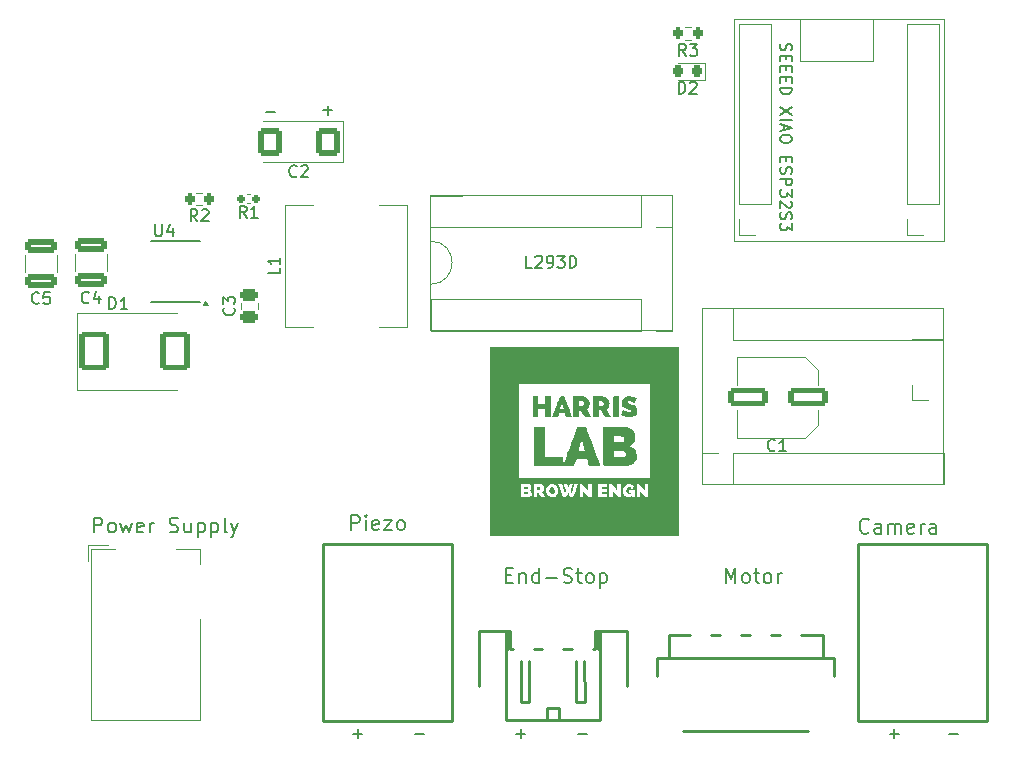
<source format=gbr>
%TF.GenerationSoftware,KiCad,Pcbnew,8.0.3*%
%TF.CreationDate,2024-07-18T14:58:56-04:00*%
%TF.ProjectId,Drop_Gen_PCB,44726f70-5f47-4656-9e5f-5043422e6b69,rev?*%
%TF.SameCoordinates,Original*%
%TF.FileFunction,Legend,Top*%
%TF.FilePolarity,Positive*%
%FSLAX46Y46*%
G04 Gerber Fmt 4.6, Leading zero omitted, Abs format (unit mm)*
G04 Created by KiCad (PCBNEW 8.0.3) date 2024-07-18 14:58:56*
%MOMM*%
%LPD*%
G01*
G04 APERTURE LIST*
G04 Aperture macros list*
%AMRoundRect*
0 Rectangle with rounded corners*
0 $1 Rounding radius*
0 $2 $3 $4 $5 $6 $7 $8 $9 X,Y pos of 4 corners*
0 Add a 4 corners polygon primitive as box body*
4,1,4,$2,$3,$4,$5,$6,$7,$8,$9,$2,$3,0*
0 Add four circle primitives for the rounded corners*
1,1,$1+$1,$2,$3*
1,1,$1+$1,$4,$5*
1,1,$1+$1,$6,$7*
1,1,$1+$1,$8,$9*
0 Add four rect primitives between the rounded corners*
20,1,$1+$1,$2,$3,$4,$5,0*
20,1,$1+$1,$4,$5,$6,$7,0*
20,1,$1+$1,$6,$7,$8,$9,0*
20,1,$1+$1,$8,$9,$2,$3,0*%
G04 Aperture macros list end*
%ADD10C,0.150000*%
%ADD11C,0.200000*%
%ADD12C,0.120000*%
%ADD13C,0.100000*%
%ADD14C,0.250000*%
%ADD15C,0.000000*%
%ADD16C,5.600000*%
%ADD17RoundRect,0.200000X0.200000X0.275000X-0.200000X0.275000X-0.200000X-0.275000X0.200000X-0.275000X0*%
%ADD18RoundRect,0.218750X0.218750X0.256250X-0.218750X0.256250X-0.218750X-0.256250X0.218750X-0.256250X0*%
%ADD19O,1.700000X1.700000*%
%ADD20R,1.700000X1.700000*%
%ADD21RoundRect,0.250000X0.475000X-0.250000X0.475000X0.250000X-0.475000X0.250000X-0.475000X-0.250000X0*%
%ADD22R,2.500000X2.500000*%
%ADD23C,2.500000*%
%ADD24RoundRect,0.250000X0.787500X0.925000X-0.787500X0.925000X-0.787500X-0.925000X0.787500X-0.925000X0*%
%ADD25R,1.300000X4.500000*%
%ADD26R,3.000000X4.500000*%
%ADD27RoundRect,0.250000X-1.100000X0.325000X-1.100000X-0.325000X1.100000X-0.325000X1.100000X0.325000X0*%
%ADD28R,4.600000X2.000000*%
%ADD29O,4.200000X2.000000*%
%ADD30O,2.000000X4.200000*%
%ADD31RoundRect,0.160000X0.197500X0.160000X-0.197500X0.160000X-0.197500X-0.160000X0.197500X-0.160000X0*%
%ADD32RoundRect,0.250000X1.000000X-1.400000X1.000000X1.400000X-1.000000X1.400000X-1.000000X-1.400000X0*%
%ADD33RoundRect,0.250000X1.412500X0.550000X-1.412500X0.550000X-1.412500X-0.550000X1.412500X-0.550000X0*%
%ADD34R,4.950000X3.175000*%
%ADD35R,1.800000X3.900000*%
%ADD36R,1.550000X0.600000*%
G04 APERTURE END LIST*
D10*
X140719048Y-155073866D02*
X141480953Y-155073866D01*
D11*
X68329197Y-138036623D02*
X68329197Y-136786623D01*
X68329197Y-136786623D02*
X68805387Y-136786623D01*
X68805387Y-136786623D02*
X68924435Y-136846147D01*
X68924435Y-136846147D02*
X68983958Y-136905671D01*
X68983958Y-136905671D02*
X69043482Y-137024719D01*
X69043482Y-137024719D02*
X69043482Y-137203290D01*
X69043482Y-137203290D02*
X68983958Y-137322338D01*
X68983958Y-137322338D02*
X68924435Y-137381861D01*
X68924435Y-137381861D02*
X68805387Y-137441385D01*
X68805387Y-137441385D02*
X68329197Y-137441385D01*
X69757768Y-138036623D02*
X69638720Y-137977100D01*
X69638720Y-137977100D02*
X69579197Y-137917576D01*
X69579197Y-137917576D02*
X69519673Y-137798528D01*
X69519673Y-137798528D02*
X69519673Y-137441385D01*
X69519673Y-137441385D02*
X69579197Y-137322338D01*
X69579197Y-137322338D02*
X69638720Y-137262814D01*
X69638720Y-137262814D02*
X69757768Y-137203290D01*
X69757768Y-137203290D02*
X69936339Y-137203290D01*
X69936339Y-137203290D02*
X70055387Y-137262814D01*
X70055387Y-137262814D02*
X70114911Y-137322338D01*
X70114911Y-137322338D02*
X70174435Y-137441385D01*
X70174435Y-137441385D02*
X70174435Y-137798528D01*
X70174435Y-137798528D02*
X70114911Y-137917576D01*
X70114911Y-137917576D02*
X70055387Y-137977100D01*
X70055387Y-137977100D02*
X69936339Y-138036623D01*
X69936339Y-138036623D02*
X69757768Y-138036623D01*
X70591101Y-137203290D02*
X70829196Y-138036623D01*
X70829196Y-138036623D02*
X71067291Y-137441385D01*
X71067291Y-137441385D02*
X71305387Y-138036623D01*
X71305387Y-138036623D02*
X71543482Y-137203290D01*
X72495863Y-137977100D02*
X72376815Y-138036623D01*
X72376815Y-138036623D02*
X72138720Y-138036623D01*
X72138720Y-138036623D02*
X72019673Y-137977100D01*
X72019673Y-137977100D02*
X71960149Y-137858052D01*
X71960149Y-137858052D02*
X71960149Y-137381861D01*
X71960149Y-137381861D02*
X72019673Y-137262814D01*
X72019673Y-137262814D02*
X72138720Y-137203290D01*
X72138720Y-137203290D02*
X72376815Y-137203290D01*
X72376815Y-137203290D02*
X72495863Y-137262814D01*
X72495863Y-137262814D02*
X72555387Y-137381861D01*
X72555387Y-137381861D02*
X72555387Y-137500909D01*
X72555387Y-137500909D02*
X71960149Y-137619957D01*
X73091102Y-138036623D02*
X73091102Y-137203290D01*
X73091102Y-137441385D02*
X73150625Y-137322338D01*
X73150625Y-137322338D02*
X73210149Y-137262814D01*
X73210149Y-137262814D02*
X73329197Y-137203290D01*
X73329197Y-137203290D02*
X73448244Y-137203290D01*
X74757769Y-137977100D02*
X74936340Y-138036623D01*
X74936340Y-138036623D02*
X75233959Y-138036623D01*
X75233959Y-138036623D02*
X75353007Y-137977100D01*
X75353007Y-137977100D02*
X75412531Y-137917576D01*
X75412531Y-137917576D02*
X75472054Y-137798528D01*
X75472054Y-137798528D02*
X75472054Y-137679480D01*
X75472054Y-137679480D02*
X75412531Y-137560433D01*
X75412531Y-137560433D02*
X75353007Y-137500909D01*
X75353007Y-137500909D02*
X75233959Y-137441385D01*
X75233959Y-137441385D02*
X74995864Y-137381861D01*
X74995864Y-137381861D02*
X74876816Y-137322338D01*
X74876816Y-137322338D02*
X74817293Y-137262814D01*
X74817293Y-137262814D02*
X74757769Y-137143766D01*
X74757769Y-137143766D02*
X74757769Y-137024719D01*
X74757769Y-137024719D02*
X74817293Y-136905671D01*
X74817293Y-136905671D02*
X74876816Y-136846147D01*
X74876816Y-136846147D02*
X74995864Y-136786623D01*
X74995864Y-136786623D02*
X75293483Y-136786623D01*
X75293483Y-136786623D02*
X75472054Y-136846147D01*
X76543483Y-137203290D02*
X76543483Y-138036623D01*
X76007769Y-137203290D02*
X76007769Y-137858052D01*
X76007769Y-137858052D02*
X76067292Y-137977100D01*
X76067292Y-137977100D02*
X76186340Y-138036623D01*
X76186340Y-138036623D02*
X76364911Y-138036623D01*
X76364911Y-138036623D02*
X76483959Y-137977100D01*
X76483959Y-137977100D02*
X76543483Y-137917576D01*
X77138721Y-137203290D02*
X77138721Y-138453290D01*
X77138721Y-137262814D02*
X77257768Y-137203290D01*
X77257768Y-137203290D02*
X77495863Y-137203290D01*
X77495863Y-137203290D02*
X77614911Y-137262814D01*
X77614911Y-137262814D02*
X77674435Y-137322338D01*
X77674435Y-137322338D02*
X77733959Y-137441385D01*
X77733959Y-137441385D02*
X77733959Y-137798528D01*
X77733959Y-137798528D02*
X77674435Y-137917576D01*
X77674435Y-137917576D02*
X77614911Y-137977100D01*
X77614911Y-137977100D02*
X77495863Y-138036623D01*
X77495863Y-138036623D02*
X77257768Y-138036623D01*
X77257768Y-138036623D02*
X77138721Y-137977100D01*
X78269673Y-137203290D02*
X78269673Y-138453290D01*
X78269673Y-137262814D02*
X78388720Y-137203290D01*
X78388720Y-137203290D02*
X78626815Y-137203290D01*
X78626815Y-137203290D02*
X78745863Y-137262814D01*
X78745863Y-137262814D02*
X78805387Y-137322338D01*
X78805387Y-137322338D02*
X78864911Y-137441385D01*
X78864911Y-137441385D02*
X78864911Y-137798528D01*
X78864911Y-137798528D02*
X78805387Y-137917576D01*
X78805387Y-137917576D02*
X78745863Y-137977100D01*
X78745863Y-137977100D02*
X78626815Y-138036623D01*
X78626815Y-138036623D02*
X78388720Y-138036623D01*
X78388720Y-138036623D02*
X78269673Y-137977100D01*
X79579196Y-138036623D02*
X79460148Y-137977100D01*
X79460148Y-137977100D02*
X79400625Y-137858052D01*
X79400625Y-137858052D02*
X79400625Y-136786623D01*
X79936339Y-137203290D02*
X80233958Y-138036623D01*
X80531577Y-137203290D02*
X80233958Y-138036623D01*
X80233958Y-138036623D02*
X80114910Y-138334242D01*
X80114910Y-138334242D02*
X80055387Y-138393766D01*
X80055387Y-138393766D02*
X79936339Y-138453290D01*
D10*
X135719048Y-155073866D02*
X136480953Y-155073866D01*
X136100000Y-155454819D02*
X136100000Y-154692914D01*
X104119048Y-155073866D02*
X104880953Y-155073866D01*
X104500000Y-155454819D02*
X104500000Y-154692914D01*
D11*
X133943482Y-138017576D02*
X133883958Y-138077100D01*
X133883958Y-138077100D02*
X133705387Y-138136623D01*
X133705387Y-138136623D02*
X133586339Y-138136623D01*
X133586339Y-138136623D02*
X133407768Y-138077100D01*
X133407768Y-138077100D02*
X133288720Y-137958052D01*
X133288720Y-137958052D02*
X133229197Y-137839004D01*
X133229197Y-137839004D02*
X133169673Y-137600909D01*
X133169673Y-137600909D02*
X133169673Y-137422338D01*
X133169673Y-137422338D02*
X133229197Y-137184242D01*
X133229197Y-137184242D02*
X133288720Y-137065195D01*
X133288720Y-137065195D02*
X133407768Y-136946147D01*
X133407768Y-136946147D02*
X133586339Y-136886623D01*
X133586339Y-136886623D02*
X133705387Y-136886623D01*
X133705387Y-136886623D02*
X133883958Y-136946147D01*
X133883958Y-136946147D02*
X133943482Y-137005671D01*
X135014911Y-138136623D02*
X135014911Y-137481861D01*
X135014911Y-137481861D02*
X134955387Y-137362814D01*
X134955387Y-137362814D02*
X134836339Y-137303290D01*
X134836339Y-137303290D02*
X134598244Y-137303290D01*
X134598244Y-137303290D02*
X134479197Y-137362814D01*
X135014911Y-138077100D02*
X134895863Y-138136623D01*
X134895863Y-138136623D02*
X134598244Y-138136623D01*
X134598244Y-138136623D02*
X134479197Y-138077100D01*
X134479197Y-138077100D02*
X134419673Y-137958052D01*
X134419673Y-137958052D02*
X134419673Y-137839004D01*
X134419673Y-137839004D02*
X134479197Y-137719957D01*
X134479197Y-137719957D02*
X134598244Y-137660433D01*
X134598244Y-137660433D02*
X134895863Y-137660433D01*
X134895863Y-137660433D02*
X135014911Y-137600909D01*
X135610149Y-138136623D02*
X135610149Y-137303290D01*
X135610149Y-137422338D02*
X135669672Y-137362814D01*
X135669672Y-137362814D02*
X135788720Y-137303290D01*
X135788720Y-137303290D02*
X135967291Y-137303290D01*
X135967291Y-137303290D02*
X136086339Y-137362814D01*
X136086339Y-137362814D02*
X136145863Y-137481861D01*
X136145863Y-137481861D02*
X136145863Y-138136623D01*
X136145863Y-137481861D02*
X136205387Y-137362814D01*
X136205387Y-137362814D02*
X136324434Y-137303290D01*
X136324434Y-137303290D02*
X136503006Y-137303290D01*
X136503006Y-137303290D02*
X136622053Y-137362814D01*
X136622053Y-137362814D02*
X136681577Y-137481861D01*
X136681577Y-137481861D02*
X136681577Y-138136623D01*
X137753006Y-138077100D02*
X137633958Y-138136623D01*
X137633958Y-138136623D02*
X137395863Y-138136623D01*
X137395863Y-138136623D02*
X137276816Y-138077100D01*
X137276816Y-138077100D02*
X137217292Y-137958052D01*
X137217292Y-137958052D02*
X137217292Y-137481861D01*
X137217292Y-137481861D02*
X137276816Y-137362814D01*
X137276816Y-137362814D02*
X137395863Y-137303290D01*
X137395863Y-137303290D02*
X137633958Y-137303290D01*
X137633958Y-137303290D02*
X137753006Y-137362814D01*
X137753006Y-137362814D02*
X137812530Y-137481861D01*
X137812530Y-137481861D02*
X137812530Y-137600909D01*
X137812530Y-137600909D02*
X137217292Y-137719957D01*
X138348245Y-138136623D02*
X138348245Y-137303290D01*
X138348245Y-137541385D02*
X138407768Y-137422338D01*
X138407768Y-137422338D02*
X138467292Y-137362814D01*
X138467292Y-137362814D02*
X138586340Y-137303290D01*
X138586340Y-137303290D02*
X138705387Y-137303290D01*
X139657769Y-138136623D02*
X139657769Y-137481861D01*
X139657769Y-137481861D02*
X139598245Y-137362814D01*
X139598245Y-137362814D02*
X139479197Y-137303290D01*
X139479197Y-137303290D02*
X139241102Y-137303290D01*
X139241102Y-137303290D02*
X139122055Y-137362814D01*
X139657769Y-138077100D02*
X139538721Y-138136623D01*
X139538721Y-138136623D02*
X139241102Y-138136623D01*
X139241102Y-138136623D02*
X139122055Y-138077100D01*
X139122055Y-138077100D02*
X139062531Y-137958052D01*
X139062531Y-137958052D02*
X139062531Y-137839004D01*
X139062531Y-137839004D02*
X139122055Y-137719957D01*
X139122055Y-137719957D02*
X139241102Y-137660433D01*
X139241102Y-137660433D02*
X139538721Y-137660433D01*
X139538721Y-137660433D02*
X139657769Y-137600909D01*
D10*
X82905648Y-102410466D02*
X83667553Y-102410466D01*
X87757048Y-102308866D02*
X88518953Y-102308866D01*
X88138000Y-102689819D02*
X88138000Y-101927914D01*
D11*
X121829197Y-142336623D02*
X121829197Y-141086623D01*
X121829197Y-141086623D02*
X122245863Y-141979480D01*
X122245863Y-141979480D02*
X122662530Y-141086623D01*
X122662530Y-141086623D02*
X122662530Y-142336623D01*
X123436339Y-142336623D02*
X123317291Y-142277100D01*
X123317291Y-142277100D02*
X123257768Y-142217576D01*
X123257768Y-142217576D02*
X123198244Y-142098528D01*
X123198244Y-142098528D02*
X123198244Y-141741385D01*
X123198244Y-141741385D02*
X123257768Y-141622338D01*
X123257768Y-141622338D02*
X123317291Y-141562814D01*
X123317291Y-141562814D02*
X123436339Y-141503290D01*
X123436339Y-141503290D02*
X123614910Y-141503290D01*
X123614910Y-141503290D02*
X123733958Y-141562814D01*
X123733958Y-141562814D02*
X123793482Y-141622338D01*
X123793482Y-141622338D02*
X123853006Y-141741385D01*
X123853006Y-141741385D02*
X123853006Y-142098528D01*
X123853006Y-142098528D02*
X123793482Y-142217576D01*
X123793482Y-142217576D02*
X123733958Y-142277100D01*
X123733958Y-142277100D02*
X123614910Y-142336623D01*
X123614910Y-142336623D02*
X123436339Y-142336623D01*
X124210148Y-141503290D02*
X124686339Y-141503290D01*
X124388720Y-141086623D02*
X124388720Y-142158052D01*
X124388720Y-142158052D02*
X124448243Y-142277100D01*
X124448243Y-142277100D02*
X124567291Y-142336623D01*
X124567291Y-142336623D02*
X124686339Y-142336623D01*
X125281577Y-142336623D02*
X125162529Y-142277100D01*
X125162529Y-142277100D02*
X125103006Y-142217576D01*
X125103006Y-142217576D02*
X125043482Y-142098528D01*
X125043482Y-142098528D02*
X125043482Y-141741385D01*
X125043482Y-141741385D02*
X125103006Y-141622338D01*
X125103006Y-141622338D02*
X125162529Y-141562814D01*
X125162529Y-141562814D02*
X125281577Y-141503290D01*
X125281577Y-141503290D02*
X125460148Y-141503290D01*
X125460148Y-141503290D02*
X125579196Y-141562814D01*
X125579196Y-141562814D02*
X125638720Y-141622338D01*
X125638720Y-141622338D02*
X125698244Y-141741385D01*
X125698244Y-141741385D02*
X125698244Y-142098528D01*
X125698244Y-142098528D02*
X125638720Y-142217576D01*
X125638720Y-142217576D02*
X125579196Y-142277100D01*
X125579196Y-142277100D02*
X125460148Y-142336623D01*
X125460148Y-142336623D02*
X125281577Y-142336623D01*
X126233958Y-142336623D02*
X126233958Y-141503290D01*
X126233958Y-141741385D02*
X126293481Y-141622338D01*
X126293481Y-141622338D02*
X126353005Y-141562814D01*
X126353005Y-141562814D02*
X126472053Y-141503290D01*
X126472053Y-141503290D02*
X126591100Y-141503290D01*
X103229197Y-141681861D02*
X103645863Y-141681861D01*
X103824435Y-142336623D02*
X103229197Y-142336623D01*
X103229197Y-142336623D02*
X103229197Y-141086623D01*
X103229197Y-141086623D02*
X103824435Y-141086623D01*
X104360149Y-141503290D02*
X104360149Y-142336623D01*
X104360149Y-141622338D02*
X104419672Y-141562814D01*
X104419672Y-141562814D02*
X104538720Y-141503290D01*
X104538720Y-141503290D02*
X104717291Y-141503290D01*
X104717291Y-141503290D02*
X104836339Y-141562814D01*
X104836339Y-141562814D02*
X104895863Y-141681861D01*
X104895863Y-141681861D02*
X104895863Y-142336623D01*
X106026815Y-142336623D02*
X106026815Y-141086623D01*
X106026815Y-142277100D02*
X105907767Y-142336623D01*
X105907767Y-142336623D02*
X105669672Y-142336623D01*
X105669672Y-142336623D02*
X105550624Y-142277100D01*
X105550624Y-142277100D02*
X105491101Y-142217576D01*
X105491101Y-142217576D02*
X105431577Y-142098528D01*
X105431577Y-142098528D02*
X105431577Y-141741385D01*
X105431577Y-141741385D02*
X105491101Y-141622338D01*
X105491101Y-141622338D02*
X105550624Y-141562814D01*
X105550624Y-141562814D02*
X105669672Y-141503290D01*
X105669672Y-141503290D02*
X105907767Y-141503290D01*
X105907767Y-141503290D02*
X106026815Y-141562814D01*
X106622053Y-141860433D02*
X107574434Y-141860433D01*
X108110148Y-142277100D02*
X108288719Y-142336623D01*
X108288719Y-142336623D02*
X108586338Y-142336623D01*
X108586338Y-142336623D02*
X108705386Y-142277100D01*
X108705386Y-142277100D02*
X108764910Y-142217576D01*
X108764910Y-142217576D02*
X108824433Y-142098528D01*
X108824433Y-142098528D02*
X108824433Y-141979480D01*
X108824433Y-141979480D02*
X108764910Y-141860433D01*
X108764910Y-141860433D02*
X108705386Y-141800909D01*
X108705386Y-141800909D02*
X108586338Y-141741385D01*
X108586338Y-141741385D02*
X108348243Y-141681861D01*
X108348243Y-141681861D02*
X108229195Y-141622338D01*
X108229195Y-141622338D02*
X108169672Y-141562814D01*
X108169672Y-141562814D02*
X108110148Y-141443766D01*
X108110148Y-141443766D02*
X108110148Y-141324719D01*
X108110148Y-141324719D02*
X108169672Y-141205671D01*
X108169672Y-141205671D02*
X108229195Y-141146147D01*
X108229195Y-141146147D02*
X108348243Y-141086623D01*
X108348243Y-141086623D02*
X108645862Y-141086623D01*
X108645862Y-141086623D02*
X108824433Y-141146147D01*
X109181576Y-141503290D02*
X109657767Y-141503290D01*
X109360148Y-141086623D02*
X109360148Y-142158052D01*
X109360148Y-142158052D02*
X109419671Y-142277100D01*
X109419671Y-142277100D02*
X109538719Y-142336623D01*
X109538719Y-142336623D02*
X109657767Y-142336623D01*
X110253005Y-142336623D02*
X110133957Y-142277100D01*
X110133957Y-142277100D02*
X110074434Y-142217576D01*
X110074434Y-142217576D02*
X110014910Y-142098528D01*
X110014910Y-142098528D02*
X110014910Y-141741385D01*
X110014910Y-141741385D02*
X110074434Y-141622338D01*
X110074434Y-141622338D02*
X110133957Y-141562814D01*
X110133957Y-141562814D02*
X110253005Y-141503290D01*
X110253005Y-141503290D02*
X110431576Y-141503290D01*
X110431576Y-141503290D02*
X110550624Y-141562814D01*
X110550624Y-141562814D02*
X110610148Y-141622338D01*
X110610148Y-141622338D02*
X110669672Y-141741385D01*
X110669672Y-141741385D02*
X110669672Y-142098528D01*
X110669672Y-142098528D02*
X110610148Y-142217576D01*
X110610148Y-142217576D02*
X110550624Y-142277100D01*
X110550624Y-142277100D02*
X110431576Y-142336623D01*
X110431576Y-142336623D02*
X110253005Y-142336623D01*
X111205386Y-141503290D02*
X111205386Y-142753290D01*
X111205386Y-141562814D02*
X111324433Y-141503290D01*
X111324433Y-141503290D02*
X111562528Y-141503290D01*
X111562528Y-141503290D02*
X111681576Y-141562814D01*
X111681576Y-141562814D02*
X111741100Y-141622338D01*
X111741100Y-141622338D02*
X111800624Y-141741385D01*
X111800624Y-141741385D02*
X111800624Y-142098528D01*
X111800624Y-142098528D02*
X111741100Y-142217576D01*
X111741100Y-142217576D02*
X111681576Y-142277100D01*
X111681576Y-142277100D02*
X111562528Y-142336623D01*
X111562528Y-142336623D02*
X111324433Y-142336623D01*
X111324433Y-142336623D02*
X111205386Y-142277100D01*
D10*
X95519048Y-155073866D02*
X96280953Y-155073866D01*
D11*
X90129197Y-137836623D02*
X90129197Y-136586623D01*
X90129197Y-136586623D02*
X90605387Y-136586623D01*
X90605387Y-136586623D02*
X90724435Y-136646147D01*
X90724435Y-136646147D02*
X90783958Y-136705671D01*
X90783958Y-136705671D02*
X90843482Y-136824719D01*
X90843482Y-136824719D02*
X90843482Y-137003290D01*
X90843482Y-137003290D02*
X90783958Y-137122338D01*
X90783958Y-137122338D02*
X90724435Y-137181861D01*
X90724435Y-137181861D02*
X90605387Y-137241385D01*
X90605387Y-137241385D02*
X90129197Y-137241385D01*
X91379197Y-137836623D02*
X91379197Y-137003290D01*
X91379197Y-136586623D02*
X91319673Y-136646147D01*
X91319673Y-136646147D02*
X91379197Y-136705671D01*
X91379197Y-136705671D02*
X91438720Y-136646147D01*
X91438720Y-136646147D02*
X91379197Y-136586623D01*
X91379197Y-136586623D02*
X91379197Y-136705671D01*
X92450625Y-137777100D02*
X92331577Y-137836623D01*
X92331577Y-137836623D02*
X92093482Y-137836623D01*
X92093482Y-137836623D02*
X91974435Y-137777100D01*
X91974435Y-137777100D02*
X91914911Y-137658052D01*
X91914911Y-137658052D02*
X91914911Y-137181861D01*
X91914911Y-137181861D02*
X91974435Y-137062814D01*
X91974435Y-137062814D02*
X92093482Y-137003290D01*
X92093482Y-137003290D02*
X92331577Y-137003290D01*
X92331577Y-137003290D02*
X92450625Y-137062814D01*
X92450625Y-137062814D02*
X92510149Y-137181861D01*
X92510149Y-137181861D02*
X92510149Y-137300909D01*
X92510149Y-137300909D02*
X91914911Y-137419957D01*
X92926816Y-137003290D02*
X93581578Y-137003290D01*
X93581578Y-137003290D02*
X92926816Y-137836623D01*
X92926816Y-137836623D02*
X93581578Y-137836623D01*
X94236340Y-137836623D02*
X94117292Y-137777100D01*
X94117292Y-137777100D02*
X94057769Y-137717576D01*
X94057769Y-137717576D02*
X93998245Y-137598528D01*
X93998245Y-137598528D02*
X93998245Y-137241385D01*
X93998245Y-137241385D02*
X94057769Y-137122338D01*
X94057769Y-137122338D02*
X94117292Y-137062814D01*
X94117292Y-137062814D02*
X94236340Y-137003290D01*
X94236340Y-137003290D02*
X94414911Y-137003290D01*
X94414911Y-137003290D02*
X94533959Y-137062814D01*
X94533959Y-137062814D02*
X94593483Y-137122338D01*
X94593483Y-137122338D02*
X94653007Y-137241385D01*
X94653007Y-137241385D02*
X94653007Y-137598528D01*
X94653007Y-137598528D02*
X94593483Y-137717576D01*
X94593483Y-137717576D02*
X94533959Y-137777100D01*
X94533959Y-137777100D02*
X94414911Y-137836623D01*
X94414911Y-137836623D02*
X94236340Y-137836623D01*
D10*
X90319048Y-155073866D02*
X91080953Y-155073866D01*
X90700000Y-155454819D02*
X90700000Y-154692914D01*
X109319048Y-155073866D02*
X110080953Y-155073866D01*
X118458333Y-97684819D02*
X118125000Y-97208628D01*
X117886905Y-97684819D02*
X117886905Y-96684819D01*
X117886905Y-96684819D02*
X118267857Y-96684819D01*
X118267857Y-96684819D02*
X118363095Y-96732438D01*
X118363095Y-96732438D02*
X118410714Y-96780057D01*
X118410714Y-96780057D02*
X118458333Y-96875295D01*
X118458333Y-96875295D02*
X118458333Y-97018152D01*
X118458333Y-97018152D02*
X118410714Y-97113390D01*
X118410714Y-97113390D02*
X118363095Y-97161009D01*
X118363095Y-97161009D02*
X118267857Y-97208628D01*
X118267857Y-97208628D02*
X117886905Y-97208628D01*
X118791667Y-96684819D02*
X119410714Y-96684819D01*
X119410714Y-96684819D02*
X119077381Y-97065771D01*
X119077381Y-97065771D02*
X119220238Y-97065771D01*
X119220238Y-97065771D02*
X119315476Y-97113390D01*
X119315476Y-97113390D02*
X119363095Y-97161009D01*
X119363095Y-97161009D02*
X119410714Y-97256247D01*
X119410714Y-97256247D02*
X119410714Y-97494342D01*
X119410714Y-97494342D02*
X119363095Y-97589580D01*
X119363095Y-97589580D02*
X119315476Y-97637200D01*
X119315476Y-97637200D02*
X119220238Y-97684819D01*
X119220238Y-97684819D02*
X118934524Y-97684819D01*
X118934524Y-97684819D02*
X118839286Y-97637200D01*
X118839286Y-97637200D02*
X118791667Y-97589580D01*
X117846905Y-100884819D02*
X117846905Y-99884819D01*
X117846905Y-99884819D02*
X118085000Y-99884819D01*
X118085000Y-99884819D02*
X118227857Y-99932438D01*
X118227857Y-99932438D02*
X118323095Y-100027676D01*
X118323095Y-100027676D02*
X118370714Y-100122914D01*
X118370714Y-100122914D02*
X118418333Y-100313390D01*
X118418333Y-100313390D02*
X118418333Y-100456247D01*
X118418333Y-100456247D02*
X118370714Y-100646723D01*
X118370714Y-100646723D02*
X118323095Y-100741961D01*
X118323095Y-100741961D02*
X118227857Y-100837200D01*
X118227857Y-100837200D02*
X118085000Y-100884819D01*
X118085000Y-100884819D02*
X117846905Y-100884819D01*
X118799286Y-99980057D02*
X118846905Y-99932438D01*
X118846905Y-99932438D02*
X118942143Y-99884819D01*
X118942143Y-99884819D02*
X119180238Y-99884819D01*
X119180238Y-99884819D02*
X119275476Y-99932438D01*
X119275476Y-99932438D02*
X119323095Y-99980057D01*
X119323095Y-99980057D02*
X119370714Y-100075295D01*
X119370714Y-100075295D02*
X119370714Y-100170533D01*
X119370714Y-100170533D02*
X119323095Y-100313390D01*
X119323095Y-100313390D02*
X118751667Y-100884819D01*
X118751667Y-100884819D02*
X119370714Y-100884819D01*
X126491200Y-96667038D02*
X126443580Y-96809895D01*
X126443580Y-96809895D02*
X126443580Y-97047990D01*
X126443580Y-97047990D02*
X126491200Y-97143228D01*
X126491200Y-97143228D02*
X126538819Y-97190847D01*
X126538819Y-97190847D02*
X126634057Y-97238466D01*
X126634057Y-97238466D02*
X126729295Y-97238466D01*
X126729295Y-97238466D02*
X126824533Y-97190847D01*
X126824533Y-97190847D02*
X126872152Y-97143228D01*
X126872152Y-97143228D02*
X126919771Y-97047990D01*
X126919771Y-97047990D02*
X126967390Y-96857514D01*
X126967390Y-96857514D02*
X127015009Y-96762276D01*
X127015009Y-96762276D02*
X127062628Y-96714657D01*
X127062628Y-96714657D02*
X127157866Y-96667038D01*
X127157866Y-96667038D02*
X127253104Y-96667038D01*
X127253104Y-96667038D02*
X127348342Y-96714657D01*
X127348342Y-96714657D02*
X127395961Y-96762276D01*
X127395961Y-96762276D02*
X127443580Y-96857514D01*
X127443580Y-96857514D02*
X127443580Y-97095609D01*
X127443580Y-97095609D02*
X127395961Y-97238466D01*
X126967390Y-97667038D02*
X126967390Y-98000371D01*
X126443580Y-98143228D02*
X126443580Y-97667038D01*
X126443580Y-97667038D02*
X127443580Y-97667038D01*
X127443580Y-97667038D02*
X127443580Y-98143228D01*
X126967390Y-98571800D02*
X126967390Y-98905133D01*
X126443580Y-99047990D02*
X126443580Y-98571800D01*
X126443580Y-98571800D02*
X127443580Y-98571800D01*
X127443580Y-98571800D02*
X127443580Y-99047990D01*
X126967390Y-99476562D02*
X126967390Y-99809895D01*
X126443580Y-99952752D02*
X126443580Y-99476562D01*
X126443580Y-99476562D02*
X127443580Y-99476562D01*
X127443580Y-99476562D02*
X127443580Y-99952752D01*
X126443580Y-100381324D02*
X127443580Y-100381324D01*
X127443580Y-100381324D02*
X127443580Y-100619419D01*
X127443580Y-100619419D02*
X127395961Y-100762276D01*
X127395961Y-100762276D02*
X127300723Y-100857514D01*
X127300723Y-100857514D02*
X127205485Y-100905133D01*
X127205485Y-100905133D02*
X127015009Y-100952752D01*
X127015009Y-100952752D02*
X126872152Y-100952752D01*
X126872152Y-100952752D02*
X126681676Y-100905133D01*
X126681676Y-100905133D02*
X126586438Y-100857514D01*
X126586438Y-100857514D02*
X126491200Y-100762276D01*
X126491200Y-100762276D02*
X126443580Y-100619419D01*
X126443580Y-100619419D02*
X126443580Y-100381324D01*
X127443580Y-102047991D02*
X126443580Y-102714657D01*
X127443580Y-102714657D02*
X126443580Y-102047991D01*
X126443580Y-103095610D02*
X127443580Y-103095610D01*
X126729295Y-103524181D02*
X126729295Y-104000371D01*
X126443580Y-103428943D02*
X127443580Y-103762276D01*
X127443580Y-103762276D02*
X126443580Y-104095609D01*
X127443580Y-104619419D02*
X127443580Y-104809895D01*
X127443580Y-104809895D02*
X127395961Y-104905133D01*
X127395961Y-104905133D02*
X127300723Y-105000371D01*
X127300723Y-105000371D02*
X127110247Y-105047990D01*
X127110247Y-105047990D02*
X126776914Y-105047990D01*
X126776914Y-105047990D02*
X126586438Y-105000371D01*
X126586438Y-105000371D02*
X126491200Y-104905133D01*
X126491200Y-104905133D02*
X126443580Y-104809895D01*
X126443580Y-104809895D02*
X126443580Y-104619419D01*
X126443580Y-104619419D02*
X126491200Y-104524181D01*
X126491200Y-104524181D02*
X126586438Y-104428943D01*
X126586438Y-104428943D02*
X126776914Y-104381324D01*
X126776914Y-104381324D02*
X127110247Y-104381324D01*
X127110247Y-104381324D02*
X127300723Y-104428943D01*
X127300723Y-104428943D02*
X127395961Y-104524181D01*
X127395961Y-104524181D02*
X127443580Y-104619419D01*
X126967390Y-106238467D02*
X126967390Y-106571800D01*
X126443580Y-106714657D02*
X126443580Y-106238467D01*
X126443580Y-106238467D02*
X127443580Y-106238467D01*
X127443580Y-106238467D02*
X127443580Y-106714657D01*
X126491200Y-107095610D02*
X126443580Y-107238467D01*
X126443580Y-107238467D02*
X126443580Y-107476562D01*
X126443580Y-107476562D02*
X126491200Y-107571800D01*
X126491200Y-107571800D02*
X126538819Y-107619419D01*
X126538819Y-107619419D02*
X126634057Y-107667038D01*
X126634057Y-107667038D02*
X126729295Y-107667038D01*
X126729295Y-107667038D02*
X126824533Y-107619419D01*
X126824533Y-107619419D02*
X126872152Y-107571800D01*
X126872152Y-107571800D02*
X126919771Y-107476562D01*
X126919771Y-107476562D02*
X126967390Y-107286086D01*
X126967390Y-107286086D02*
X127015009Y-107190848D01*
X127015009Y-107190848D02*
X127062628Y-107143229D01*
X127062628Y-107143229D02*
X127157866Y-107095610D01*
X127157866Y-107095610D02*
X127253104Y-107095610D01*
X127253104Y-107095610D02*
X127348342Y-107143229D01*
X127348342Y-107143229D02*
X127395961Y-107190848D01*
X127395961Y-107190848D02*
X127443580Y-107286086D01*
X127443580Y-107286086D02*
X127443580Y-107524181D01*
X127443580Y-107524181D02*
X127395961Y-107667038D01*
X126443580Y-108095610D02*
X127443580Y-108095610D01*
X127443580Y-108095610D02*
X127443580Y-108476562D01*
X127443580Y-108476562D02*
X127395961Y-108571800D01*
X127395961Y-108571800D02*
X127348342Y-108619419D01*
X127348342Y-108619419D02*
X127253104Y-108667038D01*
X127253104Y-108667038D02*
X127110247Y-108667038D01*
X127110247Y-108667038D02*
X127015009Y-108619419D01*
X127015009Y-108619419D02*
X126967390Y-108571800D01*
X126967390Y-108571800D02*
X126919771Y-108476562D01*
X126919771Y-108476562D02*
X126919771Y-108095610D01*
X127443580Y-109000372D02*
X127443580Y-109619419D01*
X127443580Y-109619419D02*
X127062628Y-109286086D01*
X127062628Y-109286086D02*
X127062628Y-109428943D01*
X127062628Y-109428943D02*
X127015009Y-109524181D01*
X127015009Y-109524181D02*
X126967390Y-109571800D01*
X126967390Y-109571800D02*
X126872152Y-109619419D01*
X126872152Y-109619419D02*
X126634057Y-109619419D01*
X126634057Y-109619419D02*
X126538819Y-109571800D01*
X126538819Y-109571800D02*
X126491200Y-109524181D01*
X126491200Y-109524181D02*
X126443580Y-109428943D01*
X126443580Y-109428943D02*
X126443580Y-109143229D01*
X126443580Y-109143229D02*
X126491200Y-109047991D01*
X126491200Y-109047991D02*
X126538819Y-109000372D01*
X127348342Y-110000372D02*
X127395961Y-110047991D01*
X127395961Y-110047991D02*
X127443580Y-110143229D01*
X127443580Y-110143229D02*
X127443580Y-110381324D01*
X127443580Y-110381324D02*
X127395961Y-110476562D01*
X127395961Y-110476562D02*
X127348342Y-110524181D01*
X127348342Y-110524181D02*
X127253104Y-110571800D01*
X127253104Y-110571800D02*
X127157866Y-110571800D01*
X127157866Y-110571800D02*
X127015009Y-110524181D01*
X127015009Y-110524181D02*
X126443580Y-109952753D01*
X126443580Y-109952753D02*
X126443580Y-110571800D01*
X126491200Y-110952753D02*
X126443580Y-111095610D01*
X126443580Y-111095610D02*
X126443580Y-111333705D01*
X126443580Y-111333705D02*
X126491200Y-111428943D01*
X126491200Y-111428943D02*
X126538819Y-111476562D01*
X126538819Y-111476562D02*
X126634057Y-111524181D01*
X126634057Y-111524181D02*
X126729295Y-111524181D01*
X126729295Y-111524181D02*
X126824533Y-111476562D01*
X126824533Y-111476562D02*
X126872152Y-111428943D01*
X126872152Y-111428943D02*
X126919771Y-111333705D01*
X126919771Y-111333705D02*
X126967390Y-111143229D01*
X126967390Y-111143229D02*
X127015009Y-111047991D01*
X127015009Y-111047991D02*
X127062628Y-111000372D01*
X127062628Y-111000372D02*
X127157866Y-110952753D01*
X127157866Y-110952753D02*
X127253104Y-110952753D01*
X127253104Y-110952753D02*
X127348342Y-111000372D01*
X127348342Y-111000372D02*
X127395961Y-111047991D01*
X127395961Y-111047991D02*
X127443580Y-111143229D01*
X127443580Y-111143229D02*
X127443580Y-111381324D01*
X127443580Y-111381324D02*
X127395961Y-111524181D01*
X127443580Y-111857515D02*
X127443580Y-112476562D01*
X127443580Y-112476562D02*
X127062628Y-112143229D01*
X127062628Y-112143229D02*
X127062628Y-112286086D01*
X127062628Y-112286086D02*
X127015009Y-112381324D01*
X127015009Y-112381324D02*
X126967390Y-112428943D01*
X126967390Y-112428943D02*
X126872152Y-112476562D01*
X126872152Y-112476562D02*
X126634057Y-112476562D01*
X126634057Y-112476562D02*
X126538819Y-112428943D01*
X126538819Y-112428943D02*
X126491200Y-112381324D01*
X126491200Y-112381324D02*
X126443580Y-112286086D01*
X126443580Y-112286086D02*
X126443580Y-112000372D01*
X126443580Y-112000372D02*
X126491200Y-111905134D01*
X126491200Y-111905134D02*
X126538819Y-111857515D01*
X80188180Y-119028766D02*
X80235800Y-119076385D01*
X80235800Y-119076385D02*
X80283419Y-119219242D01*
X80283419Y-119219242D02*
X80283419Y-119314480D01*
X80283419Y-119314480D02*
X80235800Y-119457337D01*
X80235800Y-119457337D02*
X80140561Y-119552575D01*
X80140561Y-119552575D02*
X80045323Y-119600194D01*
X80045323Y-119600194D02*
X79854847Y-119647813D01*
X79854847Y-119647813D02*
X79711990Y-119647813D01*
X79711990Y-119647813D02*
X79521514Y-119600194D01*
X79521514Y-119600194D02*
X79426276Y-119552575D01*
X79426276Y-119552575D02*
X79331038Y-119457337D01*
X79331038Y-119457337D02*
X79283419Y-119314480D01*
X79283419Y-119314480D02*
X79283419Y-119219242D01*
X79283419Y-119219242D02*
X79331038Y-119076385D01*
X79331038Y-119076385D02*
X79378657Y-119028766D01*
X79283419Y-118695432D02*
X79283419Y-118076385D01*
X79283419Y-118076385D02*
X79664371Y-118409718D01*
X79664371Y-118409718D02*
X79664371Y-118266861D01*
X79664371Y-118266861D02*
X79711990Y-118171623D01*
X79711990Y-118171623D02*
X79759609Y-118124004D01*
X79759609Y-118124004D02*
X79854847Y-118076385D01*
X79854847Y-118076385D02*
X80092942Y-118076385D01*
X80092942Y-118076385D02*
X80188180Y-118124004D01*
X80188180Y-118124004D02*
X80235800Y-118171623D01*
X80235800Y-118171623D02*
X80283419Y-118266861D01*
X80283419Y-118266861D02*
X80283419Y-118552575D01*
X80283419Y-118552575D02*
X80235800Y-118647813D01*
X80235800Y-118647813D02*
X80188180Y-118695432D01*
X85507533Y-107864180D02*
X85459914Y-107911800D01*
X85459914Y-107911800D02*
X85317057Y-107959419D01*
X85317057Y-107959419D02*
X85221819Y-107959419D01*
X85221819Y-107959419D02*
X85078962Y-107911800D01*
X85078962Y-107911800D02*
X84983724Y-107816561D01*
X84983724Y-107816561D02*
X84936105Y-107721323D01*
X84936105Y-107721323D02*
X84888486Y-107530847D01*
X84888486Y-107530847D02*
X84888486Y-107387990D01*
X84888486Y-107387990D02*
X84936105Y-107197514D01*
X84936105Y-107197514D02*
X84983724Y-107102276D01*
X84983724Y-107102276D02*
X85078962Y-107007038D01*
X85078962Y-107007038D02*
X85221819Y-106959419D01*
X85221819Y-106959419D02*
X85317057Y-106959419D01*
X85317057Y-106959419D02*
X85459914Y-107007038D01*
X85459914Y-107007038D02*
X85507533Y-107054657D01*
X85888486Y-107054657D02*
X85936105Y-107007038D01*
X85936105Y-107007038D02*
X86031343Y-106959419D01*
X86031343Y-106959419D02*
X86269438Y-106959419D01*
X86269438Y-106959419D02*
X86364676Y-107007038D01*
X86364676Y-107007038D02*
X86412295Y-107054657D01*
X86412295Y-107054657D02*
X86459914Y-107149895D01*
X86459914Y-107149895D02*
X86459914Y-107245133D01*
X86459914Y-107245133D02*
X86412295Y-107387990D01*
X86412295Y-107387990D02*
X85840867Y-107959419D01*
X85840867Y-107959419D02*
X86459914Y-107959419D01*
X63688933Y-118600180D02*
X63641314Y-118647800D01*
X63641314Y-118647800D02*
X63498457Y-118695419D01*
X63498457Y-118695419D02*
X63403219Y-118695419D01*
X63403219Y-118695419D02*
X63260362Y-118647800D01*
X63260362Y-118647800D02*
X63165124Y-118552561D01*
X63165124Y-118552561D02*
X63117505Y-118457323D01*
X63117505Y-118457323D02*
X63069886Y-118266847D01*
X63069886Y-118266847D02*
X63069886Y-118123990D01*
X63069886Y-118123990D02*
X63117505Y-117933514D01*
X63117505Y-117933514D02*
X63165124Y-117838276D01*
X63165124Y-117838276D02*
X63260362Y-117743038D01*
X63260362Y-117743038D02*
X63403219Y-117695419D01*
X63403219Y-117695419D02*
X63498457Y-117695419D01*
X63498457Y-117695419D02*
X63641314Y-117743038D01*
X63641314Y-117743038D02*
X63688933Y-117790657D01*
X64593695Y-117695419D02*
X64117505Y-117695419D01*
X64117505Y-117695419D02*
X64069886Y-118171609D01*
X64069886Y-118171609D02*
X64117505Y-118123990D01*
X64117505Y-118123990D02*
X64212743Y-118076371D01*
X64212743Y-118076371D02*
X64450838Y-118076371D01*
X64450838Y-118076371D02*
X64546076Y-118123990D01*
X64546076Y-118123990D02*
X64593695Y-118171609D01*
X64593695Y-118171609D02*
X64641314Y-118266847D01*
X64641314Y-118266847D02*
X64641314Y-118504942D01*
X64641314Y-118504942D02*
X64593695Y-118600180D01*
X64593695Y-118600180D02*
X64546076Y-118647800D01*
X64546076Y-118647800D02*
X64450838Y-118695419D01*
X64450838Y-118695419D02*
X64212743Y-118695419D01*
X64212743Y-118695419D02*
X64117505Y-118647800D01*
X64117505Y-118647800D02*
X64069886Y-118600180D01*
X81265733Y-111405419D02*
X80932400Y-110929228D01*
X80694305Y-111405419D02*
X80694305Y-110405419D01*
X80694305Y-110405419D02*
X81075257Y-110405419D01*
X81075257Y-110405419D02*
X81170495Y-110453038D01*
X81170495Y-110453038D02*
X81218114Y-110500657D01*
X81218114Y-110500657D02*
X81265733Y-110595895D01*
X81265733Y-110595895D02*
X81265733Y-110738752D01*
X81265733Y-110738752D02*
X81218114Y-110833990D01*
X81218114Y-110833990D02*
X81170495Y-110881609D01*
X81170495Y-110881609D02*
X81075257Y-110929228D01*
X81075257Y-110929228D02*
X80694305Y-110929228D01*
X82218114Y-111405419D02*
X81646686Y-111405419D01*
X81932400Y-111405419D02*
X81932400Y-110405419D01*
X81932400Y-110405419D02*
X81837162Y-110548276D01*
X81837162Y-110548276D02*
X81741924Y-110643514D01*
X81741924Y-110643514D02*
X81646686Y-110691133D01*
X69645305Y-119123619D02*
X69645305Y-118123619D01*
X69645305Y-118123619D02*
X69883400Y-118123619D01*
X69883400Y-118123619D02*
X70026257Y-118171238D01*
X70026257Y-118171238D02*
X70121495Y-118266476D01*
X70121495Y-118266476D02*
X70169114Y-118361714D01*
X70169114Y-118361714D02*
X70216733Y-118552190D01*
X70216733Y-118552190D02*
X70216733Y-118695047D01*
X70216733Y-118695047D02*
X70169114Y-118885523D01*
X70169114Y-118885523D02*
X70121495Y-118980761D01*
X70121495Y-118980761D02*
X70026257Y-119076000D01*
X70026257Y-119076000D02*
X69883400Y-119123619D01*
X69883400Y-119123619D02*
X69645305Y-119123619D01*
X71169114Y-119123619D02*
X70597686Y-119123619D01*
X70883400Y-119123619D02*
X70883400Y-118123619D01*
X70883400Y-118123619D02*
X70788162Y-118266476D01*
X70788162Y-118266476D02*
X70692924Y-118361714D01*
X70692924Y-118361714D02*
X70597686Y-118409333D01*
X77100133Y-111690819D02*
X76766800Y-111214628D01*
X76528705Y-111690819D02*
X76528705Y-110690819D01*
X76528705Y-110690819D02*
X76909657Y-110690819D01*
X76909657Y-110690819D02*
X77004895Y-110738438D01*
X77004895Y-110738438D02*
X77052514Y-110786057D01*
X77052514Y-110786057D02*
X77100133Y-110881295D01*
X77100133Y-110881295D02*
X77100133Y-111024152D01*
X77100133Y-111024152D02*
X77052514Y-111119390D01*
X77052514Y-111119390D02*
X77004895Y-111167009D01*
X77004895Y-111167009D02*
X76909657Y-111214628D01*
X76909657Y-111214628D02*
X76528705Y-111214628D01*
X77481086Y-110786057D02*
X77528705Y-110738438D01*
X77528705Y-110738438D02*
X77623943Y-110690819D01*
X77623943Y-110690819D02*
X77862038Y-110690819D01*
X77862038Y-110690819D02*
X77957276Y-110738438D01*
X77957276Y-110738438D02*
X78004895Y-110786057D01*
X78004895Y-110786057D02*
X78052514Y-110881295D01*
X78052514Y-110881295D02*
X78052514Y-110976533D01*
X78052514Y-110976533D02*
X78004895Y-111119390D01*
X78004895Y-111119390D02*
X77433467Y-111690819D01*
X77433467Y-111690819D02*
X78052514Y-111690819D01*
X105430952Y-115630019D02*
X104954762Y-115630019D01*
X104954762Y-115630019D02*
X104954762Y-114630019D01*
X105716667Y-114725257D02*
X105764286Y-114677638D01*
X105764286Y-114677638D02*
X105859524Y-114630019D01*
X105859524Y-114630019D02*
X106097619Y-114630019D01*
X106097619Y-114630019D02*
X106192857Y-114677638D01*
X106192857Y-114677638D02*
X106240476Y-114725257D01*
X106240476Y-114725257D02*
X106288095Y-114820495D01*
X106288095Y-114820495D02*
X106288095Y-114915733D01*
X106288095Y-114915733D02*
X106240476Y-115058590D01*
X106240476Y-115058590D02*
X105669048Y-115630019D01*
X105669048Y-115630019D02*
X106288095Y-115630019D01*
X106764286Y-115630019D02*
X106954762Y-115630019D01*
X106954762Y-115630019D02*
X107050000Y-115582400D01*
X107050000Y-115582400D02*
X107097619Y-115534780D01*
X107097619Y-115534780D02*
X107192857Y-115391923D01*
X107192857Y-115391923D02*
X107240476Y-115201447D01*
X107240476Y-115201447D02*
X107240476Y-114820495D01*
X107240476Y-114820495D02*
X107192857Y-114725257D01*
X107192857Y-114725257D02*
X107145238Y-114677638D01*
X107145238Y-114677638D02*
X107050000Y-114630019D01*
X107050000Y-114630019D02*
X106859524Y-114630019D01*
X106859524Y-114630019D02*
X106764286Y-114677638D01*
X106764286Y-114677638D02*
X106716667Y-114725257D01*
X106716667Y-114725257D02*
X106669048Y-114820495D01*
X106669048Y-114820495D02*
X106669048Y-115058590D01*
X106669048Y-115058590D02*
X106716667Y-115153828D01*
X106716667Y-115153828D02*
X106764286Y-115201447D01*
X106764286Y-115201447D02*
X106859524Y-115249066D01*
X106859524Y-115249066D02*
X107050000Y-115249066D01*
X107050000Y-115249066D02*
X107145238Y-115201447D01*
X107145238Y-115201447D02*
X107192857Y-115153828D01*
X107192857Y-115153828D02*
X107240476Y-115058590D01*
X107573810Y-114630019D02*
X108192857Y-114630019D01*
X108192857Y-114630019D02*
X107859524Y-115010971D01*
X107859524Y-115010971D02*
X108002381Y-115010971D01*
X108002381Y-115010971D02*
X108097619Y-115058590D01*
X108097619Y-115058590D02*
X108145238Y-115106209D01*
X108145238Y-115106209D02*
X108192857Y-115201447D01*
X108192857Y-115201447D02*
X108192857Y-115439542D01*
X108192857Y-115439542D02*
X108145238Y-115534780D01*
X108145238Y-115534780D02*
X108097619Y-115582400D01*
X108097619Y-115582400D02*
X108002381Y-115630019D01*
X108002381Y-115630019D02*
X107716667Y-115630019D01*
X107716667Y-115630019D02*
X107621429Y-115582400D01*
X107621429Y-115582400D02*
X107573810Y-115534780D01*
X108621429Y-115630019D02*
X108621429Y-114630019D01*
X108621429Y-114630019D02*
X108859524Y-114630019D01*
X108859524Y-114630019D02*
X109002381Y-114677638D01*
X109002381Y-114677638D02*
X109097619Y-114772876D01*
X109097619Y-114772876D02*
X109145238Y-114868114D01*
X109145238Y-114868114D02*
X109192857Y-115058590D01*
X109192857Y-115058590D02*
X109192857Y-115201447D01*
X109192857Y-115201447D02*
X109145238Y-115391923D01*
X109145238Y-115391923D02*
X109097619Y-115487161D01*
X109097619Y-115487161D02*
X109002381Y-115582400D01*
X109002381Y-115582400D02*
X108859524Y-115630019D01*
X108859524Y-115630019D02*
X108621429Y-115630019D01*
X126008333Y-131059580D02*
X125960714Y-131107200D01*
X125960714Y-131107200D02*
X125817857Y-131154819D01*
X125817857Y-131154819D02*
X125722619Y-131154819D01*
X125722619Y-131154819D02*
X125579762Y-131107200D01*
X125579762Y-131107200D02*
X125484524Y-131011961D01*
X125484524Y-131011961D02*
X125436905Y-130916723D01*
X125436905Y-130916723D02*
X125389286Y-130726247D01*
X125389286Y-130726247D02*
X125389286Y-130583390D01*
X125389286Y-130583390D02*
X125436905Y-130392914D01*
X125436905Y-130392914D02*
X125484524Y-130297676D01*
X125484524Y-130297676D02*
X125579762Y-130202438D01*
X125579762Y-130202438D02*
X125722619Y-130154819D01*
X125722619Y-130154819D02*
X125817857Y-130154819D01*
X125817857Y-130154819D02*
X125960714Y-130202438D01*
X125960714Y-130202438D02*
X126008333Y-130250057D01*
X126960714Y-131154819D02*
X126389286Y-131154819D01*
X126675000Y-131154819D02*
X126675000Y-130154819D01*
X126675000Y-130154819D02*
X126579762Y-130297676D01*
X126579762Y-130297676D02*
X126484524Y-130392914D01*
X126484524Y-130392914D02*
X126389286Y-130440533D01*
X67933333Y-118558580D02*
X67885714Y-118606200D01*
X67885714Y-118606200D02*
X67742857Y-118653819D01*
X67742857Y-118653819D02*
X67647619Y-118653819D01*
X67647619Y-118653819D02*
X67504762Y-118606200D01*
X67504762Y-118606200D02*
X67409524Y-118510961D01*
X67409524Y-118510961D02*
X67361905Y-118415723D01*
X67361905Y-118415723D02*
X67314286Y-118225247D01*
X67314286Y-118225247D02*
X67314286Y-118082390D01*
X67314286Y-118082390D02*
X67361905Y-117891914D01*
X67361905Y-117891914D02*
X67409524Y-117796676D01*
X67409524Y-117796676D02*
X67504762Y-117701438D01*
X67504762Y-117701438D02*
X67647619Y-117653819D01*
X67647619Y-117653819D02*
X67742857Y-117653819D01*
X67742857Y-117653819D02*
X67885714Y-117701438D01*
X67885714Y-117701438D02*
X67933333Y-117749057D01*
X68790476Y-117987152D02*
X68790476Y-118653819D01*
X68552381Y-117606200D02*
X68314286Y-118320485D01*
X68314286Y-118320485D02*
X68933333Y-118320485D01*
X84062219Y-115625166D02*
X84062219Y-116101356D01*
X84062219Y-116101356D02*
X83062219Y-116101356D01*
X84062219Y-114768023D02*
X84062219Y-115339451D01*
X84062219Y-115053737D02*
X83062219Y-115053737D01*
X83062219Y-115053737D02*
X83205076Y-115148975D01*
X83205076Y-115148975D02*
X83300314Y-115244213D01*
X83300314Y-115244213D02*
X83347933Y-115339451D01*
X73538095Y-111954819D02*
X73538095Y-112764342D01*
X73538095Y-112764342D02*
X73585714Y-112859580D01*
X73585714Y-112859580D02*
X73633333Y-112907200D01*
X73633333Y-112907200D02*
X73728571Y-112954819D01*
X73728571Y-112954819D02*
X73919047Y-112954819D01*
X73919047Y-112954819D02*
X74014285Y-112907200D01*
X74014285Y-112907200D02*
X74061904Y-112859580D01*
X74061904Y-112859580D02*
X74109523Y-112764342D01*
X74109523Y-112764342D02*
X74109523Y-111954819D01*
X75014285Y-112288152D02*
X75014285Y-112954819D01*
X74776190Y-111907200D02*
X74538095Y-112621485D01*
X74538095Y-112621485D02*
X75157142Y-112621485D01*
D12*
%TO.C,R3*%
X118862258Y-95277500D02*
X118387742Y-95277500D01*
X118862258Y-96322500D02*
X118387742Y-96322500D01*
%TO.C,D2*%
X120070000Y-99735000D02*
X120070000Y-98265000D01*
X120070000Y-98265000D02*
X117785000Y-98265000D01*
X117785000Y-99735000D02*
X120070000Y-99735000D01*
%TO.C,U1*%
X122981000Y-110264800D02*
X122981000Y-94964800D01*
X122981000Y-112864800D02*
X122981000Y-111534800D01*
X124311000Y-112864800D02*
X122981000Y-112864800D01*
X125641000Y-94964800D02*
X122981000Y-94964800D01*
X125641000Y-110264800D02*
X122981000Y-110264800D01*
X125641000Y-110264800D02*
X125641000Y-94964800D01*
X137205000Y-110264800D02*
X137205000Y-94964800D01*
X137205000Y-112864800D02*
X137205000Y-111534800D01*
X138535000Y-112864800D02*
X137205000Y-112864800D01*
X139865000Y-94964800D02*
X137205000Y-94964800D01*
X139865000Y-110264800D02*
X137205000Y-110264800D01*
X139865000Y-110264800D02*
X139865000Y-94964800D01*
D13*
X134289800Y-98094800D02*
X128092200Y-98094800D01*
X128092200Y-94589600D01*
X134289800Y-94589600D01*
X134289800Y-98094800D01*
X140335000Y-113334800D02*
X122555000Y-113334800D01*
X122555000Y-94538800D01*
X140335000Y-94538800D01*
X140335000Y-113334800D01*
D12*
%TO.C,U2*%
X119820400Y-119065900D02*
X121150400Y-119065900D01*
X119820400Y-120395900D02*
X119820400Y-119065900D01*
X119842400Y-131312100D02*
X121172400Y-131312100D01*
X119842400Y-132642100D02*
X119842400Y-131312100D01*
X122420400Y-119065900D02*
X140260400Y-119065900D01*
X122420400Y-121725900D02*
X122420400Y-119065900D01*
X122420400Y-121725900D02*
X140260400Y-121725900D01*
X122442400Y-131312100D02*
X140282400Y-131312100D01*
X122442400Y-133972100D02*
X122442400Y-131312100D01*
X122442400Y-133972100D02*
X140282400Y-133972100D01*
X137601200Y-126856700D02*
X137601200Y-125526700D01*
X138931200Y-126856700D02*
X137601200Y-126856700D01*
X140261200Y-121656700D02*
X137601200Y-121656700D01*
X140282400Y-133972100D02*
X140282400Y-131312100D01*
D13*
X119800800Y-133946700D02*
X140260400Y-133946700D01*
X140260400Y-119065900D01*
X119800800Y-119065900D01*
X119800800Y-133946700D01*
D12*
%TO.C,C3*%
X80773600Y-119123352D02*
X80773600Y-118600848D01*
X82243600Y-119123352D02*
X82243600Y-118600848D01*
D14*
%TO.C,J5*%
X87700000Y-154000000D02*
X87700000Y-139000000D01*
X98700000Y-139000000D02*
X87700000Y-139000000D01*
X98700000Y-154000000D02*
X87700000Y-154000000D01*
X98700000Y-154000000D02*
X98700000Y-139000000D01*
%TO.C,J4*%
X133000000Y-154000000D02*
X133000000Y-139000000D01*
X144000000Y-139000000D02*
X133000000Y-139000000D01*
X144000000Y-154000000D02*
X133000000Y-154000000D01*
X144000000Y-154000000D02*
X144000000Y-139000000D01*
D12*
%TO.C,C2*%
X82674200Y-106664600D02*
X89434200Y-106664600D01*
X89434200Y-103244600D02*
X82674200Y-103244600D01*
X89434200Y-106664600D02*
X89434200Y-103244600D01*
D14*
%TO.C,J2*%
X116000000Y-148687200D02*
X116000000Y-150207200D01*
X117020000Y-146707200D02*
X118810000Y-146707200D01*
X117020000Y-148687200D02*
X117020000Y-146707200D01*
X118200000Y-154887200D02*
X128800000Y-154887200D01*
X120570000Y-146707200D02*
X121350000Y-146707200D01*
X123110000Y-146707200D02*
X123890000Y-146707200D01*
X125650000Y-146707200D02*
X126430000Y-146707200D01*
X128190000Y-146707200D02*
X130100000Y-146707200D01*
X130100000Y-146707200D02*
X130100000Y-148687200D01*
X131000000Y-148687200D02*
X116000000Y-148687200D01*
X131000000Y-148687200D02*
X131000000Y-150207200D01*
D12*
%TO.C,C5*%
X62495600Y-114530348D02*
X62495600Y-115952852D01*
X65215600Y-114530348D02*
X65215600Y-115952852D01*
%TO.C,J3*%
X67830600Y-139131800D02*
X67830600Y-140431800D01*
X68130600Y-139431800D02*
X70130600Y-139431800D01*
X68130600Y-153931800D02*
X68130600Y-139431800D01*
X69530600Y-139131800D02*
X67830600Y-139131800D01*
X75330600Y-139431800D02*
X77330600Y-139431800D01*
X77330600Y-139431800D02*
X77330600Y-140731800D01*
X77330600Y-145331800D02*
X77330600Y-153931800D01*
X77330600Y-153931800D02*
X68130600Y-153931800D01*
%TO.C,R1*%
X81600021Y-109400600D02*
X81264779Y-109400600D01*
X81600021Y-110160600D02*
X81264779Y-110160600D01*
%TO.C,D1*%
X66870400Y-119457400D02*
X75380400Y-119457400D01*
X66870400Y-125957400D02*
X66870400Y-119457400D01*
X66870400Y-125957400D02*
X75380400Y-125957400D01*
D15*
%TO.C,G\u002A\u002A\u002A*%
G36*
X106071780Y-134200745D02*
G01*
X106120317Y-134221504D01*
X106143409Y-134262983D01*
X106148426Y-134318079D01*
X106141151Y-134381357D01*
X106114510Y-134419178D01*
X106061279Y-134437172D01*
X105990573Y-134441081D01*
X105881921Y-134441081D01*
X105881921Y-134318079D01*
X105881921Y-134195077D01*
X105990573Y-134195077D01*
X106071780Y-134200745D01*
G37*
G36*
X112687958Y-126519362D02*
G01*
X112693180Y-126520062D01*
X112770056Y-126531530D01*
X112770056Y-127390745D01*
X112770056Y-128249960D01*
X112526018Y-128249960D01*
X112281980Y-128249960D01*
X112285138Y-127394068D01*
X112288297Y-126538176D01*
X112452300Y-126523385D01*
X112541828Y-126517648D01*
X112625926Y-126516231D01*
X112687958Y-126519362D01*
G37*
G36*
X104996120Y-134183752D02*
G01*
X105061658Y-134209915D01*
X105093288Y-134251018D01*
X105088435Y-134305015D01*
X105081610Y-134319564D01*
X105062726Y-134341707D01*
X105029135Y-134353825D01*
X104970389Y-134358603D01*
X104927931Y-134359080D01*
X104795399Y-134359080D01*
X104795399Y-134266828D01*
X104795399Y-134174576D01*
X104899249Y-134174576D01*
X104996120Y-134183752D01*
G37*
G36*
X105028664Y-134605959D02*
G01*
X105076481Y-134610554D01*
X105102919Y-134621830D01*
X105117784Y-134642748D01*
X105123916Y-134657678D01*
X105134533Y-134722042D01*
X105110114Y-134765455D01*
X105051321Y-134787131D01*
X105012495Y-134789588D01*
X104939105Y-134792690D01*
X104870837Y-134800355D01*
X104859463Y-134802401D01*
X104795399Y-134815214D01*
X104795399Y-134710149D01*
X104795399Y-134605085D01*
X104949660Y-134605085D01*
X105028664Y-134605959D01*
G37*
G36*
X107223340Y-134213592D02*
G01*
X107291866Y-134265980D01*
X107339380Y-134347498D01*
X107362271Y-134453407D01*
X107363807Y-134492332D01*
X107350137Y-134599452D01*
X107312760Y-134686658D01*
X107257124Y-134749944D01*
X107188678Y-134785304D01*
X107112870Y-134788731D01*
X107035150Y-134756220D01*
X107019974Y-134745145D01*
X106952915Y-134667628D01*
X106915895Y-134568960D01*
X106910597Y-134457608D01*
X106938705Y-134342037D01*
X106939430Y-134340213D01*
X106990289Y-134256328D01*
X107061375Y-134208018D01*
X107137413Y-134195077D01*
X107223340Y-134213592D01*
G37*
G36*
X106707062Y-126508952D02*
G01*
X106797834Y-126511266D01*
X106882896Y-126515376D01*
X106945941Y-126520463D01*
X106953067Y-126521335D01*
X107029943Y-126531530D01*
X107029943Y-127390745D01*
X107029943Y-128249960D01*
X106783939Y-128249960D01*
X106537934Y-128249960D01*
X106537934Y-127911703D01*
X106537934Y-127573446D01*
X106250928Y-127573446D01*
X105963922Y-127573446D01*
X105963922Y-127911703D01*
X105963922Y-128249960D01*
X105728168Y-128249960D01*
X105492413Y-128249960D01*
X105492413Y-127392035D01*
X105492413Y-126534110D01*
X105682980Y-126521592D01*
X105786067Y-126514446D01*
X105860375Y-126512275D01*
X105910587Y-126520522D01*
X105941387Y-126544630D01*
X105957457Y-126590042D01*
X105963483Y-126662202D01*
X105964148Y-126766551D01*
X105963922Y-126848073D01*
X105963922Y-127163438D01*
X106250928Y-127163438D01*
X106537934Y-127163438D01*
X106537934Y-126835100D01*
X106537934Y-126506762D01*
X106707062Y-126508952D01*
G37*
G36*
X108496643Y-127367869D02*
G01*
X108562561Y-127545103D01*
X108623837Y-127710531D01*
X108679023Y-127860193D01*
X108726670Y-127990129D01*
X108765328Y-128096380D01*
X108793551Y-128174984D01*
X108809888Y-128221981D01*
X108813478Y-128234011D01*
X108794284Y-128240095D01*
X108741912Y-128245109D01*
X108664185Y-128248559D01*
X108568921Y-128249952D01*
X108561047Y-128249960D01*
X108308615Y-128249960D01*
X108261226Y-128085956D01*
X108213836Y-127921953D01*
X107983495Y-127921953D01*
X107753155Y-127921953D01*
X107706457Y-128085956D01*
X107659759Y-128249960D01*
X107406352Y-128249960D01*
X107309858Y-128248891D01*
X107230280Y-128245977D01*
X107175423Y-128241650D01*
X107153094Y-128236345D01*
X107152946Y-128235862D01*
X107159909Y-128213200D01*
X107179601Y-128157065D01*
X107210225Y-128072257D01*
X107249984Y-127963577D01*
X107297083Y-127835827D01*
X107349724Y-127693807D01*
X107386894Y-127593947D01*
X107832335Y-127593947D01*
X107982726Y-127593947D01*
X108133117Y-127593947D01*
X108063369Y-127332566D01*
X108037267Y-127233767D01*
X108015321Y-127148833D01*
X107999580Y-127085838D01*
X107992096Y-127052857D01*
X107991780Y-127050686D01*
X107988716Y-127045390D01*
X107981251Y-127060753D01*
X107968129Y-127100827D01*
X107948091Y-127169666D01*
X107919882Y-127271324D01*
X107894834Y-127363317D01*
X107832335Y-127593947D01*
X107386894Y-127593947D01*
X107406111Y-127542318D01*
X107464447Y-127386162D01*
X107522935Y-127230138D01*
X107579780Y-127079049D01*
X107633185Y-126937694D01*
X107681352Y-126810876D01*
X107722486Y-126703394D01*
X107754789Y-126620050D01*
X107776466Y-126565645D01*
X107785680Y-126545018D01*
X107810651Y-126538358D01*
X107866776Y-126531856D01*
X107944217Y-126526504D01*
X107989258Y-126524518D01*
X108179807Y-126517675D01*
X108496643Y-127367869D01*
G37*
G36*
X109336662Y-126518656D02*
G01*
X109465424Y-126520157D01*
X109473773Y-126520292D01*
X109614905Y-126522958D01*
X109721821Y-126526163D01*
X109801306Y-126530619D01*
X109860147Y-126537039D01*
X109905127Y-126546135D01*
X109943032Y-126558619D01*
X109976033Y-126573025D01*
X110105362Y-126654463D01*
X110206128Y-126760214D01*
X110277205Y-126884121D01*
X110317468Y-127020030D01*
X110325791Y-127161785D01*
X110301048Y-127303231D01*
X110242113Y-127438212D01*
X110155252Y-127552946D01*
X110086846Y-127624697D01*
X110279187Y-127937328D01*
X110471529Y-128249960D01*
X110197896Y-128249960D01*
X109924264Y-128249960D01*
X109766701Y-127995591D01*
X109700205Y-127890184D01*
X109648693Y-127815231D01*
X109606785Y-127765604D01*
X109569096Y-127736171D01*
X109530245Y-127721804D01*
X109484850Y-127717374D01*
X109474617Y-127717229D01*
X109455815Y-127718503D01*
X109442974Y-127726963D01*
X109434957Y-127749167D01*
X109430628Y-127791671D01*
X109428852Y-127861030D01*
X109428493Y-127963802D01*
X109428491Y-127983454D01*
X109428491Y-128249960D01*
X109182486Y-128249960D01*
X108936481Y-128249960D01*
X108936481Y-127391625D01*
X108936481Y-127306941D01*
X109428491Y-127306941D01*
X109591006Y-127306941D01*
X109673642Y-127305899D01*
X109726137Y-127300868D01*
X109759334Y-127288992D01*
X109784076Y-127267412D01*
X109796010Y-127252925D01*
X109832271Y-127178320D01*
X109837655Y-127095869D01*
X109812588Y-127019910D01*
X109788180Y-126988253D01*
X109757197Y-126961981D01*
X109721881Y-126946786D01*
X109670326Y-126939747D01*
X109590623Y-126937940D01*
X109583175Y-126937934D01*
X109428491Y-126937934D01*
X109428491Y-127122437D01*
X109428491Y-127306941D01*
X108936481Y-127306941D01*
X108936481Y-127122437D01*
X108936481Y-126533290D01*
X109003107Y-126523476D01*
X109044045Y-126520750D01*
X109118359Y-126519004D01*
X109218436Y-126518289D01*
X109336662Y-126518656D01*
G37*
G36*
X111216503Y-126514702D02*
G01*
X111352271Y-126522314D01*
X111472184Y-126533780D01*
X111567962Y-126548630D01*
X111631322Y-126566397D01*
X111632535Y-126566925D01*
X111763744Y-126646463D01*
X111869976Y-126754831D01*
X111946910Y-126885440D01*
X111990226Y-127031705D01*
X111998285Y-127124611D01*
X111995380Y-127209094D01*
X111981665Y-127279155D01*
X111952340Y-127354673D01*
X111932881Y-127395512D01*
X111892648Y-127468739D01*
X111850820Y-127531406D01*
X111816347Y-127570127D01*
X111815887Y-127570492D01*
X111780690Y-127601765D01*
X111765548Y-127622333D01*
X111765537Y-127622614D01*
X111775712Y-127643555D01*
X111803760Y-127693004D01*
X111845965Y-127764611D01*
X111898609Y-127852028D01*
X111928760Y-127901435D01*
X111987452Y-127997526D01*
X112039820Y-128083884D01*
X112081480Y-128153232D01*
X112108045Y-128198290D01*
X112113985Y-128208849D01*
X112121317Y-128225441D01*
X112118453Y-128236810D01*
X112099444Y-128243914D01*
X112058341Y-128247710D01*
X111989197Y-128249157D01*
X111886062Y-128249210D01*
X111863635Y-128249146D01*
X111591283Y-128248333D01*
X111429687Y-127982641D01*
X111268091Y-127716949D01*
X111188808Y-127716949D01*
X111109524Y-127716949D01*
X111109524Y-127983454D01*
X111109524Y-128249960D01*
X110863519Y-128249960D01*
X110617514Y-128249960D01*
X110617514Y-127391587D01*
X110617514Y-127306941D01*
X111109524Y-127306941D01*
X111263277Y-127306941D01*
X111347992Y-127304931D01*
X111402859Y-127297356D01*
X111438900Y-127281893D01*
X111458031Y-127265940D01*
X111489195Y-127209759D01*
X111500772Y-127134327D01*
X111492808Y-127056385D01*
X111465350Y-126992676D01*
X111457232Y-126982800D01*
X111429253Y-126959055D01*
X111393032Y-126945405D01*
X111337242Y-126939240D01*
X111262478Y-126937934D01*
X111109524Y-126937934D01*
X111109524Y-127122437D01*
X111109524Y-127306941D01*
X110617514Y-127306941D01*
X110617514Y-127122437D01*
X110617514Y-126533214D01*
X110796893Y-126519669D01*
X110930532Y-126512911D01*
X111073163Y-126511412D01*
X111216503Y-126514702D01*
G37*
G36*
X113909107Y-126537682D02*
G01*
X114084888Y-126585563D01*
X114254194Y-126655381D01*
X114270526Y-126663575D01*
X114325717Y-126691756D01*
X114231567Y-126871221D01*
X114189865Y-126949545D01*
X114154171Y-127014443D01*
X114129400Y-127057092D01*
X114121773Y-127068389D01*
X114096387Y-127069834D01*
X114046560Y-127055490D01*
X113996728Y-127034632D01*
X113871235Y-126982782D01*
X113758574Y-126950029D01*
X113663364Y-126936604D01*
X113590224Y-126942734D01*
X113543773Y-126968651D01*
X113528571Y-127011406D01*
X113537547Y-127049393D01*
X113568074Y-127082232D01*
X113625551Y-127113271D01*
X113715378Y-127145856D01*
X113774576Y-127163911D01*
X113953871Y-127223839D01*
X114095715Y-127288654D01*
X114203599Y-127361009D01*
X114281013Y-127443557D01*
X114331447Y-127538950D01*
X114349685Y-127601095D01*
X114362477Y-127740713D01*
X114341203Y-127877755D01*
X114289040Y-128003518D01*
X114209165Y-128109299D01*
X114144634Y-128162719D01*
X114026135Y-128220770D01*
X113879757Y-128256831D01*
X113712529Y-128270419D01*
X113531482Y-128261047D01*
X113343644Y-128228230D01*
X113311374Y-128220241D01*
X113197362Y-128187400D01*
X113098276Y-128152447D01*
X113020529Y-128118178D01*
X112970534Y-128087390D01*
X112954560Y-128064630D01*
X112963056Y-128040899D01*
X112985454Y-127990209D01*
X113017115Y-127922171D01*
X113053405Y-127846399D01*
X113089686Y-127772502D01*
X113121322Y-127710093D01*
X113143676Y-127668784D01*
X113150603Y-127658234D01*
X113170467Y-127663083D01*
X113211464Y-127684379D01*
X113225112Y-127692570D01*
X113296512Y-127728848D01*
X113390079Y-127765915D01*
X113492264Y-127799469D01*
X113589521Y-127825210D01*
X113668303Y-127838839D01*
X113689387Y-127839951D01*
X113768700Y-127835164D01*
X113814689Y-127818494D01*
X113834155Y-127786478D01*
X113836077Y-127765278D01*
X113827698Y-127730368D01*
X113796554Y-127702027D01*
X113742126Y-127675220D01*
X113684309Y-127651856D01*
X113641975Y-127637324D01*
X113630445Y-127634947D01*
X113604384Y-127628364D01*
X113549624Y-127610747D01*
X113475915Y-127585301D01*
X113438552Y-127571927D01*
X113280600Y-127501736D01*
X113160908Y-127418637D01*
X113078379Y-127321219D01*
X113031918Y-127208074D01*
X113020426Y-127077791D01*
X113023345Y-127037866D01*
X113058031Y-126885003D01*
X113126684Y-126754274D01*
X113227355Y-126648037D01*
X113358096Y-126568650D01*
X113435288Y-126539399D01*
X113575070Y-126513226D01*
X113736089Y-126513112D01*
X113909107Y-126537682D01*
G37*
G36*
X106537934Y-130392252D02*
G01*
X106537934Y-131653027D01*
X107285746Y-131653027D01*
X108033558Y-131653027D01*
X108039136Y-132037409D01*
X108044713Y-132421792D01*
X108358517Y-131581275D01*
X108440455Y-131361807D01*
X108518049Y-131153981D01*
X109352669Y-131153981D01*
X109355615Y-131165135D01*
X109377914Y-131172947D01*
X109424797Y-131177935D01*
X109501495Y-131180616D01*
X109613239Y-131181506D01*
X109631301Y-131181517D01*
X109756881Y-131180339D01*
X109844685Y-131176632D01*
X109897874Y-131170135D01*
X109919610Y-131160586D01*
X109920500Y-131157652D01*
X109915386Y-131132008D01*
X109901001Y-131072410D01*
X109878782Y-130984484D01*
X109850165Y-130873856D01*
X109816588Y-130746149D01*
X109787248Y-130635945D01*
X109750814Y-130499261D01*
X109718178Y-130375749D01*
X109690770Y-130270905D01*
X109670018Y-130190221D01*
X109657349Y-130139194D01*
X109653995Y-130123383D01*
X109652101Y-130112844D01*
X109645773Y-130122132D01*
X109634048Y-130154402D01*
X109615960Y-130212811D01*
X109590543Y-130300516D01*
X109556832Y-130420674D01*
X109513861Y-130576440D01*
X109500250Y-130626095D01*
X109462385Y-130763949D01*
X109427692Y-130889450D01*
X109397755Y-130996938D01*
X109374155Y-131080755D01*
X109358474Y-131135245D01*
X109352669Y-131153981D01*
X108518049Y-131153981D01*
X108531720Y-131117364D01*
X108628244Y-130858838D01*
X108725961Y-130597118D01*
X108820805Y-130343097D01*
X108908710Y-130107666D01*
X108972763Y-129936118D01*
X109273205Y-129131477D01*
X109644865Y-129131477D01*
X110016525Y-129131477D01*
X110069965Y-129269855D01*
X110092819Y-129329834D01*
X110126988Y-129420552D01*
X110169582Y-129534283D01*
X110217710Y-129663304D01*
X110268482Y-129799890D01*
X110290488Y-129859241D01*
X110355139Y-130033697D01*
X110422761Y-130216056D01*
X110495196Y-130411279D01*
X110574285Y-130624325D01*
X110661871Y-130860157D01*
X110759795Y-131123733D01*
X110869899Y-131420016D01*
X110887927Y-131468523D01*
X110954166Y-131646602D01*
X111017473Y-131816528D01*
X111076202Y-131973899D01*
X111128705Y-132114318D01*
X111173336Y-132233383D01*
X111208448Y-132326695D01*
X111232394Y-132389854D01*
X111242942Y-132417043D01*
X111245454Y-132428444D01*
X111239390Y-132437076D01*
X111220084Y-132443241D01*
X111182874Y-132447245D01*
X111123096Y-132449389D01*
X111036087Y-132449977D01*
X110917183Y-132449312D01*
X110770177Y-132447794D01*
X110282651Y-132442292D01*
X110235966Y-132298789D01*
X110206966Y-132208314D01*
X110172737Y-132099568D01*
X110139876Y-131993541D01*
X110134476Y-131975908D01*
X110079671Y-131796529D01*
X109644592Y-131796529D01*
X109209513Y-131796529D01*
X109110098Y-132124536D01*
X109010684Y-132452542D01*
X107313050Y-132452542D01*
X105615416Y-132452542D01*
X105615416Y-130792010D01*
X105615416Y-129131477D01*
X106076675Y-129131477D01*
X106537934Y-129131477D01*
X106537934Y-130392252D01*
G37*
G36*
X112746080Y-129131539D02*
G01*
X112953654Y-129131989D01*
X113127612Y-129133216D01*
X113271647Y-129135615D01*
X113389450Y-129139577D01*
X113484714Y-129145495D01*
X113561132Y-129153760D01*
X113622395Y-129164764D01*
X113672197Y-129178901D01*
X113714229Y-129196562D01*
X113752184Y-129218139D01*
X113789754Y-129244024D01*
X113827671Y-129272374D01*
X113960015Y-129394886D01*
X114058138Y-129537446D01*
X114123181Y-129702327D01*
X114156283Y-129891801D01*
X114159180Y-129933007D01*
X114154215Y-130120696D01*
X114116545Y-130288387D01*
X114048436Y-130436344D01*
X113997328Y-130507867D01*
X113928679Y-130583679D01*
X113854250Y-130652304D01*
X113785807Y-130702266D01*
X113763928Y-130713919D01*
X113738151Y-130727315D01*
X113733515Y-130739527D01*
X113754763Y-130756112D01*
X113806643Y-130782627D01*
X113833734Y-130795675D01*
X113995344Y-130892247D01*
X114122770Y-131010751D01*
X114216380Y-131151853D01*
X114276542Y-131316218D01*
X114303624Y-131504512D01*
X114303407Y-131645123D01*
X114286636Y-131794031D01*
X114250107Y-131916748D01*
X114188621Y-132025411D01*
X114096978Y-132132158D01*
X114093124Y-132136045D01*
X113981617Y-132228991D01*
X113845911Y-132305985D01*
X113679417Y-132370461D01*
X113594102Y-132395916D01*
X113555247Y-132406128D01*
X113516305Y-132414674D01*
X113473218Y-132421739D01*
X113421926Y-132427512D01*
X113358372Y-132432179D01*
X113278496Y-132435928D01*
X113178240Y-132438945D01*
X113053544Y-132441417D01*
X112900351Y-132443532D01*
X112714601Y-132445477D01*
X112492236Y-132447438D01*
X112472646Y-132447602D01*
X112277628Y-132448914D01*
X112095191Y-132449529D01*
X111929421Y-132449478D01*
X111784407Y-132448791D01*
X111664235Y-132447498D01*
X111572993Y-132445628D01*
X111514768Y-132443212D01*
X111493752Y-132440429D01*
X111491385Y-132418031D01*
X111489130Y-132357733D01*
X111487017Y-132262634D01*
X111485073Y-132135834D01*
X111483328Y-131980434D01*
X111481808Y-131799533D01*
X111481024Y-131673527D01*
X112401049Y-131673527D01*
X112795682Y-131673450D01*
X112934246Y-131673092D01*
X113038208Y-131671697D01*
X113113965Y-131668692D01*
X113167912Y-131663503D01*
X113206447Y-131655558D01*
X113235966Y-131644283D01*
X113258175Y-131632001D01*
X113321489Y-131572830D01*
X113366925Y-131491344D01*
X113384623Y-131405433D01*
X113384618Y-131402555D01*
X113372570Y-131338907D01*
X113342860Y-131267111D01*
X113303566Y-131202793D01*
X113262768Y-131161581D01*
X113258834Y-131159287D01*
X113219642Y-131148692D01*
X113145151Y-131140479D01*
X113033714Y-131134541D01*
X112883687Y-131130772D01*
X112806082Y-131129784D01*
X112401049Y-131125818D01*
X112401049Y-131399673D01*
X112401049Y-131673527D01*
X111481024Y-131673527D01*
X111480543Y-131596232D01*
X111479677Y-131399673D01*
X111479562Y-131373630D01*
X111478892Y-131134827D01*
X111478562Y-130882925D01*
X111478531Y-130778343D01*
X111478531Y-130405037D01*
X112401049Y-130405037D01*
X112779788Y-130398645D01*
X112913911Y-130396108D01*
X113013210Y-130393192D01*
X113083860Y-130389165D01*
X113132036Y-130383291D01*
X113163913Y-130374837D01*
X113185665Y-130363069D01*
X113202305Y-130348422D01*
X113237416Y-130289142D01*
X113256325Y-130206595D01*
X113256971Y-130115998D01*
X113242987Y-130048051D01*
X113223444Y-130002574D01*
X113195211Y-129968179D01*
X113152873Y-129943383D01*
X113091021Y-129926700D01*
X113004241Y-129916646D01*
X112887122Y-129911739D01*
X112741333Y-129910492D01*
X112401049Y-129910492D01*
X112401049Y-130157765D01*
X112401049Y-130405037D01*
X111478531Y-130405037D01*
X111478531Y-130157765D01*
X111478531Y-129131477D01*
X112501197Y-129131477D01*
X112746080Y-129131539D01*
G37*
G36*
X117915658Y-130310250D02*
G01*
X117915658Y-138315658D01*
X109910250Y-138315658D01*
X101904843Y-138315658D01*
X101904843Y-135056094D01*
X104487893Y-135056094D01*
X104784140Y-135056094D01*
X105574415Y-135056094D01*
X105728168Y-135056094D01*
X105881921Y-135056094D01*
X105881921Y-134881840D01*
X105881921Y-134707587D01*
X105942611Y-134707587D01*
X105972825Y-134711116D01*
X105999770Y-134725993D01*
X106029615Y-134758647D01*
X106068532Y-134815511D01*
X106109784Y-134881840D01*
X106216268Y-135056094D01*
X106387067Y-135056094D01*
X106557867Y-135056094D01*
X106432091Y-134850540D01*
X106306315Y-134644986D01*
X106347975Y-134599410D01*
X106390539Y-134535295D01*
X106603893Y-134535295D01*
X106630053Y-134659743D01*
X106689882Y-134796346D01*
X106777546Y-134907251D01*
X106887559Y-134989414D01*
X107014430Y-135039795D01*
X107152674Y-135055353D01*
X107296800Y-135033046D01*
X107301283Y-135031723D01*
X107361376Y-135004229D01*
X107431804Y-134958619D01*
X107480256Y-134919574D01*
X107574637Y-134811086D01*
X107635816Y-134690010D01*
X107665706Y-134561854D01*
X107666224Y-134432125D01*
X107639283Y-134306334D01*
X107586798Y-134189989D01*
X107510684Y-134088598D01*
X107412856Y-134007670D01*
X107295228Y-133952713D01*
X107215756Y-133938946D01*
X107665456Y-133938946D01*
X107672604Y-133960033D01*
X107692764Y-134014263D01*
X107724012Y-134096592D01*
X107764423Y-134201980D01*
X107812071Y-134325386D01*
X107865033Y-134461768D01*
X107867005Y-134466831D01*
X107920908Y-134605321D01*
X107970370Y-134732559D01*
X108013299Y-134843157D01*
X108047607Y-134931724D01*
X108071202Y-134992869D01*
X108081994Y-135021203D01*
X108095903Y-135041649D01*
X108125096Y-135051692D01*
X108179632Y-135053537D01*
X108222108Y-135051954D01*
X108348782Y-135045843D01*
X108422252Y-134856369D01*
X108454567Y-134776298D01*
X108482548Y-134712938D01*
X108502434Y-134674489D01*
X108509227Y-134666740D01*
X108521906Y-134684493D01*
X108545418Y-134732531D01*
X108576021Y-134802815D01*
X108599814Y-134861340D01*
X108676896Y-135056094D01*
X109469491Y-135056094D01*
X109622666Y-135056094D01*
X109775840Y-135056094D01*
X109781544Y-134780273D01*
X109787248Y-134504452D01*
X110007904Y-134780273D01*
X110228559Y-135056094D01*
X110351285Y-135056094D01*
X110474011Y-135056094D01*
X111027522Y-135056094D01*
X111427280Y-135056094D01*
X111827038Y-135056094D01*
X111827038Y-134922841D01*
X111827038Y-134789588D01*
X111581033Y-134789588D01*
X111335028Y-134789588D01*
X111335028Y-134697336D01*
X111335028Y-134605085D01*
X111540032Y-134605085D01*
X111745036Y-134605085D01*
X111745036Y-134492332D01*
X111970541Y-134492332D01*
X111970541Y-135056094D01*
X112123715Y-135056094D01*
X112276890Y-135056094D01*
X112282593Y-134780137D01*
X112288297Y-134504180D01*
X112510343Y-134780137D01*
X112732390Y-135056094D01*
X112853725Y-135056094D01*
X112975060Y-135056094D01*
X112975060Y-134492332D01*
X112975060Y-134420007D01*
X113123665Y-134420007D01*
X113124959Y-134555087D01*
X113159002Y-134691589D01*
X113228142Y-134824342D01*
X113250939Y-134856013D01*
X113337715Y-134944170D01*
X113440601Y-135008264D01*
X113551000Y-135045759D01*
X113660315Y-135054122D01*
X113759948Y-135030820D01*
X113790447Y-135015016D01*
X113841732Y-134985137D01*
X113867335Y-134977311D01*
X113876145Y-134991547D01*
X113877078Y-135015093D01*
X113881566Y-135037992D01*
X113901282Y-135050366D01*
X113945601Y-135055340D01*
X114000081Y-135056094D01*
X114123083Y-135056094D01*
X114287086Y-135056094D01*
X114440261Y-135056094D01*
X114593435Y-135056094D01*
X114599139Y-134780273D01*
X114604843Y-134504452D01*
X114825498Y-134780273D01*
X115046154Y-135056094D01*
X115168880Y-135056094D01*
X115291606Y-135056094D01*
X115291606Y-134492332D01*
X115291606Y-133928571D01*
X115138416Y-133928571D01*
X114985226Y-133928571D01*
X114979538Y-134215885D01*
X114973850Y-134503198D01*
X114749995Y-134215885D01*
X114526140Y-133928571D01*
X114406613Y-133928571D01*
X114287086Y-133928571D01*
X114287086Y-134492332D01*
X114287086Y-135056094D01*
X114123083Y-135056094D01*
X114123083Y-134758838D01*
X114123083Y-134492332D01*
X114123083Y-134461582D01*
X113897579Y-134461582D01*
X113672074Y-134461582D01*
X113672074Y-134564084D01*
X113672074Y-134666586D01*
X113764326Y-134666586D01*
X113828285Y-134671820D01*
X113852675Y-134687736D01*
X113837595Y-134714658D01*
X113789951Y-134748812D01*
X113697270Y-134785731D01*
X113609852Y-134783633D01*
X113533352Y-134744131D01*
X113473428Y-134668834D01*
X113467373Y-134656961D01*
X113431426Y-134538144D01*
X113435938Y-134416119D01*
X113465778Y-134324858D01*
X113510847Y-134250139D01*
X113567833Y-134209316D01*
X113647478Y-134195304D01*
X113662526Y-134195077D01*
X113724452Y-134204536D01*
X113779453Y-134238556D01*
X113804766Y-134262167D01*
X113871856Y-134329258D01*
X113961594Y-134260711D01*
X114014727Y-134219497D01*
X114054930Y-134187175D01*
X114068615Y-134175311D01*
X114072790Y-134145805D01*
X114047824Y-134102654D01*
X113999872Y-134053079D01*
X113935089Y-134004299D01*
X113909620Y-133988776D01*
X113837942Y-133952821D01*
X113771460Y-133934684D01*
X113689105Y-133929058D01*
X113672074Y-133928964D01*
X113526207Y-133946921D01*
X113398994Y-133997326D01*
X113292784Y-134075008D01*
X113209926Y-134174797D01*
X113152770Y-134291520D01*
X113123665Y-134420007D01*
X112975060Y-134420007D01*
X112975060Y-133928571D01*
X112821870Y-133928571D01*
X112668680Y-133928571D01*
X112662992Y-134214700D01*
X112657304Y-134500828D01*
X112431800Y-134214702D01*
X112206295Y-133928577D01*
X112088418Y-133928574D01*
X111970541Y-133928571D01*
X111970541Y-134492332D01*
X111745036Y-134492332D01*
X111745036Y-134482082D01*
X111745036Y-134359080D01*
X111540032Y-134359080D01*
X111335028Y-134359080D01*
X111335028Y-134277078D01*
X111335028Y-134195077D01*
X111570783Y-134195077D01*
X111806537Y-134195077D01*
X111806537Y-134061824D01*
X111806537Y-133928571D01*
X111417030Y-133928571D01*
X111027522Y-133928571D01*
X111027522Y-134492332D01*
X111027522Y-135056094D01*
X110474011Y-135056094D01*
X110474011Y-134492332D01*
X110474011Y-133928571D01*
X110320821Y-133928571D01*
X110167631Y-133928571D01*
X110161943Y-134213984D01*
X110156255Y-134499397D01*
X109930911Y-134213984D01*
X109705567Y-133928571D01*
X109587529Y-133928571D01*
X109469491Y-133928571D01*
X109469491Y-134492332D01*
X109469491Y-135056094D01*
X108676896Y-135056094D01*
X108801563Y-135056020D01*
X108926231Y-135055946D01*
X109142807Y-134497384D01*
X109144766Y-134492332D01*
X109359383Y-133938822D01*
X109206088Y-133932774D01*
X109119768Y-133932395D01*
X109061633Y-133938578D01*
X109039100Y-133948882D01*
X109028880Y-133974789D01*
X109008842Y-134033241D01*
X108981175Y-134117577D01*
X108948065Y-134221136D01*
X108914318Y-134328825D01*
X108878341Y-134442452D01*
X108845738Y-134541224D01*
X108818651Y-134618982D01*
X108799222Y-134669567D01*
X108789761Y-134686849D01*
X108776904Y-134669119D01*
X108757471Y-134622965D01*
X108740717Y-134573977D01*
X108705140Y-134460869D01*
X108790289Y-134210095D01*
X108822222Y-134114871D01*
X108848660Y-134033788D01*
X108867108Y-133974659D01*
X108875073Y-133945303D01*
X108875209Y-133943947D01*
X108856404Y-133936040D01*
X108807513Y-133930491D01*
X108744576Y-133928571D01*
X108614171Y-133928571D01*
X108567196Y-134093549D01*
X108544283Y-134166353D01*
X108523569Y-134218638D01*
X108508430Y-134242368D01*
X108504792Y-134242177D01*
X108492075Y-134215486D01*
X108473054Y-134160535D01*
X108451659Y-134088767D01*
X108449875Y-134082324D01*
X108410385Y-133938822D01*
X108273675Y-133932760D01*
X108204870Y-133930655D01*
X108155765Y-133930958D01*
X108136965Y-133933603D01*
X108136965Y-133933613D01*
X108143102Y-133954495D01*
X108159932Y-134006958D01*
X108185082Y-134083720D01*
X108216181Y-134177498D01*
X108225754Y-134206180D01*
X108314542Y-134471832D01*
X108280667Y-134568963D01*
X108258873Y-134627316D01*
X108240989Y-134668046D01*
X108234824Y-134678062D01*
X108225834Y-134663004D01*
X108207095Y-134616020D01*
X108181010Y-134544341D01*
X108149979Y-134455202D01*
X108116404Y-134355833D01*
X108082685Y-134253470D01*
X108051223Y-134155343D01*
X108024419Y-134068687D01*
X108004675Y-134000733D01*
X107994391Y-133958715D01*
X107993462Y-133950976D01*
X107973589Y-133938618D01*
X107916018Y-133931013D01*
X107829459Y-133928571D01*
X107753293Y-133929766D01*
X107695939Y-133932940D01*
X107667100Y-133937480D01*
X107665456Y-133938946D01*
X107215756Y-133938946D01*
X107159715Y-133929238D01*
X107135871Y-133928772D01*
X106993161Y-133948121D01*
X106866470Y-134003952D01*
X106759271Y-134093710D01*
X106675040Y-134214843D01*
X106640019Y-134293223D01*
X106606460Y-134416672D01*
X106603893Y-134535295D01*
X106390539Y-134535295D01*
X106414937Y-134498544D01*
X106450829Y-134382598D01*
X106453999Y-134262599D01*
X106422795Y-134149575D01*
X106417113Y-134137884D01*
X106374371Y-134066324D01*
X106324935Y-134012610D01*
X106262561Y-133974386D01*
X106181001Y-133949297D01*
X106074011Y-133934986D01*
X105935344Y-133929100D01*
X105862079Y-133928571D01*
X105574415Y-133928571D01*
X105574415Y-134492332D01*
X105574415Y-135056094D01*
X104784140Y-135056094D01*
X104900918Y-135054452D01*
X105012898Y-135049955D01*
X105108888Y-135043246D01*
X105177695Y-135034966D01*
X105188670Y-135032871D01*
X105291163Y-134997064D01*
X105363933Y-134942669D01*
X105405726Y-134894630D01*
X105425449Y-134848177D01*
X105430856Y-134783564D01*
X105430912Y-134772103D01*
X105421574Y-134667754D01*
X105390712Y-134591409D01*
X105334054Y-134533876D01*
X105313945Y-134520478D01*
X105268404Y-134492332D01*
X105245020Y-134477880D01*
X105299375Y-134423605D01*
X105362714Y-134334460D01*
X105389835Y-134234503D01*
X105379654Y-134132041D01*
X105346931Y-134058622D01*
X105316640Y-134014722D01*
X105283388Y-133981912D01*
X105240950Y-133958601D01*
X105183101Y-133943201D01*
X105103615Y-133934124D01*
X104996268Y-133929780D01*
X104854836Y-133928580D01*
X104837418Y-133928571D01*
X104487893Y-133928571D01*
X104487893Y-134492332D01*
X104487893Y-135056094D01*
X101904843Y-135056094D01*
X101904843Y-134492332D01*
X101904843Y-133436562D01*
X104344391Y-133436562D01*
X109879499Y-133436562D01*
X115414608Y-133436562D01*
X115414608Y-129469734D01*
X115414608Y-125502905D01*
X109879499Y-125502905D01*
X104344391Y-125502905D01*
X104344391Y-129469734D01*
X104344391Y-133436562D01*
X101904843Y-133436562D01*
X101904843Y-130310250D01*
X101904843Y-129469734D01*
X101904843Y-122304843D01*
X109910250Y-122304843D01*
X117915658Y-122304843D01*
X117915658Y-130310250D01*
G37*
D12*
%TO.C,R2*%
X77504058Y-109283500D02*
X77029542Y-109283500D01*
X77504058Y-110328500D02*
X77029542Y-110328500D01*
%TO.C,U3*%
X96814800Y-109559400D02*
X99474800Y-109559400D01*
X96857200Y-118287800D02*
X96857200Y-120947800D01*
X114655600Y-109490200D02*
X96815600Y-109490200D01*
X114655600Y-109490200D02*
X114655600Y-112150200D01*
X114655600Y-112150200D02*
X96815600Y-112150200D01*
X114697200Y-118287800D02*
X96857200Y-118287800D01*
X114697200Y-118287800D02*
X114697200Y-120947800D01*
X114697200Y-120947800D02*
X96857200Y-120947800D01*
X117255600Y-110820200D02*
X117255600Y-112150200D01*
X117255600Y-112150200D02*
X115925600Y-112150200D01*
X117297200Y-119617800D02*
X117297200Y-120947800D01*
X117297200Y-120947800D02*
X115967200Y-120947800D01*
D13*
X117262600Y-109483200D02*
X96841000Y-109483200D01*
X96841000Y-120913200D01*
X117262600Y-120913200D01*
X117262600Y-109483200D01*
X96892496Y-113370126D02*
G75*
G02*
X96841000Y-117026999I-51496J-1828074D01*
G01*
D12*
%TO.C,C1*%
X122827500Y-123190000D02*
X122827500Y-125540000D01*
X122827500Y-130010000D02*
X122827500Y-127660000D01*
X128583063Y-123190000D02*
X122827500Y-123190000D01*
X128583063Y-130010000D02*
X122827500Y-130010000D01*
X129647500Y-124254437D02*
X128583063Y-123190000D01*
X129647500Y-124254437D02*
X129647500Y-125540000D01*
X129647500Y-128945563D02*
X128583063Y-130010000D01*
X129647500Y-128945563D02*
X129647500Y-127660000D01*
%TO.C,C4*%
X66740000Y-114488748D02*
X66740000Y-115911252D01*
X69460000Y-114488748D02*
X69460000Y-115911252D01*
%TO.C,L1*%
X84507400Y-110278500D02*
X86912400Y-110278500D01*
X84507400Y-120638500D02*
X84507400Y-110278500D01*
X86912400Y-120638500D02*
X84507400Y-120638500D01*
X92462400Y-120638500D02*
X94867400Y-120638500D01*
X94867400Y-110278500D02*
X92462400Y-110278500D01*
X94867400Y-120638500D02*
X94867400Y-110278500D01*
D14*
%TO.C,J1*%
X100950000Y-146400000D02*
X103450000Y-146400000D01*
X100950000Y-151060000D02*
X100950000Y-146400000D01*
X103200000Y-146400000D02*
X103600000Y-146400000D01*
X103200000Y-153900000D02*
X103200000Y-146400000D01*
X103400000Y-146400000D02*
X103400000Y-147900000D01*
X103600000Y-146400000D02*
X103600000Y-147900000D01*
X103600000Y-147900000D02*
X103820000Y-147900000D01*
X104500000Y-152400000D02*
X104518000Y-148952800D01*
X105178400Y-148927400D02*
X105200000Y-152400000D01*
X105200000Y-152400000D02*
X104500000Y-152400000D01*
X105580000Y-147900000D02*
X106320000Y-147900000D01*
X106700000Y-152900000D02*
X107700000Y-152900000D01*
X106700000Y-153900000D02*
X106700000Y-152900000D01*
X107700000Y-152900000D02*
X107700000Y-153900000D01*
X108080000Y-147900000D02*
X108820000Y-147900000D01*
X109191600Y-148952800D02*
X109200000Y-152400000D01*
X109200000Y-152400000D02*
X109900000Y-152400000D01*
X109900000Y-152400000D02*
X109877400Y-148952800D01*
X110580000Y-147900000D02*
X110800000Y-147900000D01*
X110800000Y-146400000D02*
X111200000Y-146400000D01*
X110800000Y-147900000D02*
X110800000Y-146400000D01*
X111000000Y-147900000D02*
X111000000Y-146400000D01*
X111200000Y-146400000D02*
X111200000Y-153900000D01*
X111200000Y-153900000D02*
X103200000Y-153900000D01*
X113450000Y-146400000D02*
X110950000Y-146400000D01*
X113450000Y-151060000D02*
X113450000Y-146400000D01*
D10*
%TO.C,U4*%
X77360600Y-113366100D02*
X73210600Y-113366100D01*
X77360600Y-118516100D02*
X73210600Y-118516100D01*
D12*
X78025600Y-118771100D02*
X77545600Y-118771100D01*
X77785600Y-118441100D01*
X78025600Y-118771100D01*
G36*
X78025600Y-118771100D02*
G01*
X77545600Y-118771100D01*
X77785600Y-118441100D01*
X78025600Y-118771100D01*
G37*
%TD*%
%LPC*%
D16*
%TO.C,H4*%
X148144200Y-152583000D03*
%TD*%
%TO.C,H3*%
X63144200Y-152583000D03*
%TD*%
%TO.C,H2*%
X63144200Y-97583000D03*
%TD*%
%TO.C,H1*%
X148144200Y-97583000D03*
%TD*%
D17*
%TO.C,R3*%
X117800000Y-95800000D03*
X119450000Y-95800000D03*
%TD*%
D18*
%TO.C,D2*%
X119372500Y-99000000D03*
X117797500Y-99000000D03*
%TD*%
D19*
%TO.C,U1*%
X124311000Y-96294800D03*
X124311000Y-98834800D03*
X124311000Y-101374800D03*
X124311000Y-103914800D03*
X124311000Y-106454800D03*
X124311000Y-108994800D03*
D20*
X124311000Y-111534800D03*
X138535000Y-111534800D03*
D19*
X138535000Y-108994800D03*
X138535000Y-106454800D03*
X138535000Y-103914800D03*
X138535000Y-101374800D03*
X138535000Y-98834800D03*
X138535000Y-96294800D03*
%TD*%
D20*
%TO.C,U2*%
X121172400Y-132642100D03*
D19*
X123712400Y-132642100D03*
X126252400Y-132642100D03*
X128792400Y-132642100D03*
X131332400Y-132642100D03*
X133872400Y-132642100D03*
X136412400Y-132642100D03*
X138952400Y-132642100D03*
D20*
X138931200Y-125526700D03*
D19*
X138931200Y-122986700D03*
X138930400Y-120395900D03*
X136390400Y-120395900D03*
X133850400Y-120395900D03*
X131310400Y-120395900D03*
X128770400Y-120395900D03*
X126230400Y-120395900D03*
X123690400Y-120395900D03*
D20*
X121150400Y-120395900D03*
%TD*%
D21*
%TO.C,C3*%
X81508600Y-119812100D03*
X81508600Y-117912100D03*
%TD*%
D22*
%TO.C,J5*%
X95700000Y-149000000D03*
X95700000Y-144000000D03*
D23*
X90700000Y-149000000D03*
X90700000Y-144000000D03*
%TD*%
D22*
%TO.C,J4*%
X141000000Y-149000000D03*
X141000000Y-144000000D03*
D23*
X136000000Y-149000000D03*
X136000000Y-144000000D03*
%TD*%
D24*
%TO.C,C2*%
X88136700Y-104954600D03*
X83211700Y-104954600D03*
%TD*%
D25*
%TO.C,J2*%
X119750000Y-145687200D03*
X122250000Y-145687200D03*
X124750000Y-145687200D03*
X127250000Y-145687200D03*
D26*
X130600000Y-152687200D03*
X116400000Y-152687200D03*
%TD*%
D27*
%TO.C,C5*%
X63855600Y-113766600D03*
X63855600Y-116716600D03*
%TD*%
D28*
%TO.C,J3*%
X72730600Y-140131800D03*
D29*
X72730600Y-146431800D03*
D30*
X77530600Y-143031800D03*
%TD*%
D31*
%TO.C,R1*%
X82029900Y-109780600D03*
X80834900Y-109780600D03*
%TD*%
D32*
%TO.C,D1*%
X68380400Y-122707400D03*
X75180400Y-122707400D03*
%TD*%
D17*
%TO.C,R2*%
X78091800Y-109806000D03*
X76441800Y-109806000D03*
%TD*%
D19*
%TO.C,U3*%
X98187200Y-119617800D03*
X100727200Y-119617800D03*
X103267200Y-119617800D03*
X105807200Y-119617800D03*
X108347200Y-119617800D03*
X110887200Y-119617800D03*
X113427200Y-119617800D03*
D20*
X115967200Y-119617800D03*
X115925600Y-110820200D03*
D19*
X113385600Y-110820200D03*
X110845600Y-110820200D03*
X108305600Y-110820200D03*
X105765600Y-110820200D03*
X103225600Y-110820200D03*
X100685600Y-110820200D03*
X98145600Y-110820200D03*
%TD*%
D33*
%TO.C,C1*%
X128775000Y-126600000D03*
X123700000Y-126600000D03*
%TD*%
D27*
%TO.C,C4*%
X68100000Y-113725000D03*
X68100000Y-116675000D03*
%TD*%
D34*
%TO.C,L1*%
X89687400Y-119966000D03*
X89687400Y-110951000D03*
%TD*%
D25*
%TO.C,J1*%
X104700000Y-146400000D03*
X107200000Y-146400000D03*
X109700000Y-146400000D03*
D35*
X101500000Y-153220000D03*
X112900000Y-153220000D03*
%TD*%
D36*
%TO.C,U4*%
X77985600Y-117846100D03*
X77985600Y-116576100D03*
X77985600Y-115306100D03*
X77985600Y-114036100D03*
X72585600Y-114036100D03*
X72585600Y-115306100D03*
X72585600Y-116576100D03*
X72585600Y-117846100D03*
%TD*%
%LPD*%
M02*

</source>
